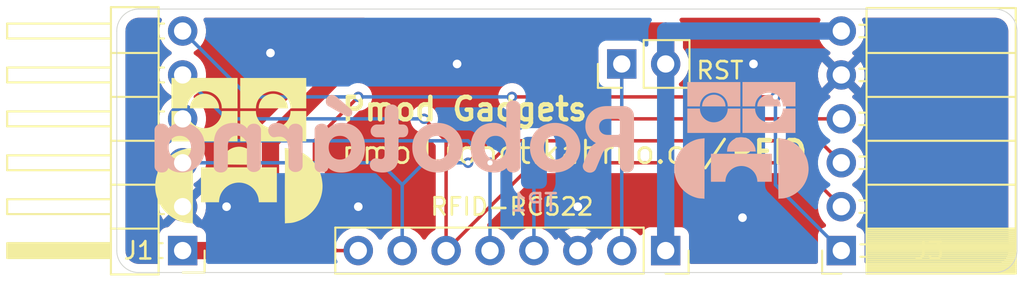
<source format=kicad_pcb>
(kicad_pcb (version 20241229) (generator "pcbnew") (generator_version "9.0")
  (layers (0 "F.Cu" signal) (2 "B.Cu" signal) (13 "F.Paste" user) (15 "B.Paste" user) (5 "F.SilkS" user "F.Silkscreen") (7 "B.SilkS" user "B.Silkscreen") (1 "F.Mask" user) (3 "B.Mask" user) (25 "Edge.Cuts" user))
  (net 0 "")
  (net 1 "GND")
  (net 2 "+3.3V")
  (net 3 "MISO")
  (net 4 "SCK")
  (net 5 "SS")
  (net 6 "Net-(J2-Pin_4)")
  (net 7 "RST")
  (net 8 "MOSI")
  (footprint "Connector_PinSocket_2.54mm:PinSocket_1x06_P2.54mm_Horizontal" (layer "F.Cu") (at 96.52 58.42 180)
    (property "Reference" "J3")
    (property "Value" "SPI OUT")
  )
  (footprint "Connector_PinSocket_2.54mm:PinSocket_1x08_P2.54mm_Vertical" (layer "F.Cu") (at 86.36 58.42 -90)
    (property "Reference" "RFID-RC522")
    (property "Value" "RFID-RC522")
  )
  (footprint "Connector_PinHeader_2.54mm:PinHeader_1x06_P2.54mm_Horizontal" (layer "F.Cu") (at 58.42 58.42 180)
    (property "Reference" "J1")
    (property "Value" "SPI IN")
  )
  (footprint "Connector_PinHeader_2.54mm:PinHeader_1x02_P2.54mm_Vertical" (layer "F.Cu") (at 83.82 47.625 90)
    (property "Reference" "RST")
    (property "Value" "RST")
  )
  (footprint "Connector_Wire:SolderWirePad_1x01_SMD_1.5x3mm" (layer "B.Cu") (at 78.74 53.34)
    (property "Reference" "TP1")
    (property "Value" "1KQ")
  )
  (gr_poly (pts (xy 61.728068 52.412752) (xy 61.765244 52.415055) (xy 61.802354 52.418766) (xy 61.839352 52.423873) (xy 61.876193 52.430364) (xy 61.912832 52.438225) (xy 61.949222 52.447446) (xy 61.985319 52.458013) (xy 62.021077 52.469915) (xy 62.05645 52.483139) (xy 62.091395 52.497672) (xy 62.125864 52.513504) (xy 62.159813 52.530621) (xy 62.193196 52.549012) (xy 62.225967 52.568663) (xy 62.258083 52.589563) (xy 62.289496 52.611699) (xy 62.320162 52.63506) (xy 62.350035 52.659633) (xy 62.37907 52.685405) (xy 62.407222 52.712365) (xy 62.434445 52.7405) (xy 62.460693 52.769798) (xy 62.485922 52.800247) (xy 62.510085 52.831835) (xy 62.533139 52.864548) (xy 62.555036 52.898376) (xy 62.575732 52.933305) (xy 62.595181 52.969324) (xy 62.613338 53.00642) (xy 62.630158 53.044581) (xy 62.645595 53.083794) (xy 62.658082 53.118887) (xy 62.668474 53.150966) (xy 62.676978 53.180331) (xy 62.683801 53.20728) (xy 62.689148 53.232112) (xy 62.693228 53.255125) (xy 62.696247 53.276619) (xy 62.698411 53.296891) (xy 62.699928 53.316241) (xy 62.701003 53.334967) (xy 62.702658 53.371741) (xy 62.70365 53.390387) (xy 62.705029 53.409604) (xy 62.707 53.42969) (xy 62.70977 53.450944) (xy 62.704321 53.453868) (xy 62.671994 53.452736) (xy 62.639812 53.45223) (xy 62.57553 53.452459) (xy 62.510775 53.453275) (xy 62.444845 53.453394) (xy 61.674596 53.448969) (xy 61.155686 53.442728) (xy 60.847309 53.441617) (xy 60.725894 53.44295) (xy 60.643471 53.446068) (xy 60.637595 53.439693) (xy 60.637595 53.439694) (xy 60.66232 53.258469) (xy 60.670439 53.219915) (xy 60.680114 53.181774) (xy 60.691307 53.144085) (xy 60.703981 53.106889) (xy 60.733623 53.034137) (xy 60.768742 52.963841) (xy 60.809039 52.896321) (xy 60.854217 52.831901) (xy 60.903977 52.770902) (xy 60.95802 52.713647) (xy 61.016049 52.660457) (xy 61.077765 52.611655) (xy 61.142871 52.567563) (xy 61.211067 52.528502) (xy 61.282056 52.494795) (xy 61.318504 52.48005) (xy 61.355539 52.466765) (xy 61.393123 52.454978) (xy 61.431218 52.444732) (xy 61.469788 52.436065) (xy 61.508795 52.429019) (xy 61.531478 52.42558) (xy 61.554945 52.422349) (xy 61.578817 52.419407) (xy 61.602711 52.416835) (xy 61.626245 52.414714) (xy 61.649037 52.413125) (xy 61.670706 52.41215) (xy 61.69087 52.411869)) (fill yes) (layer "F.SilkS"))
  (gr_poly (pts (xy 65.570295 50.192369) (xy 64.660745 50.192369) (xy 64.659443 50.141434) (xy 64.655579 50.091168) (xy 64.649216 50.041632) (xy 64.640417 49.99289) (xy 64.629244 49.945003) (xy 64.615761 49.898033) (xy 64.60003 49.852043) (xy 64.582114 49.807094) (xy 64.562076 49.76325) (xy 64.53998 49.720572) (xy 64.515887 49.679122) (xy 64.48986 49.638963) (xy 64.461964 49.600156) (xy 64.432259 49.562765) (xy 64.40081 49.52685) (xy 64.367679 49.492475) (xy 64.332929 49.459701) (xy 64.296623 49.428591) (xy 64.258824 49.399207) (xy 64.219594 49.371611) (xy 64.178996 49.345866) (xy 64.137094 49.322033) (xy 64.09395 49.300174) (xy 64.049627 49.280352) (xy 64.004188 49.26263) (xy 63.957696 49.247068) (xy 63.910213 49.23373) (xy 63.861803 49.222678) (xy 63.812529 49.213974) (xy 63.762452 49.207679) (xy 63.711637 49.203857) (xy 63.660145 49.202569) (xy 63.608649 49.203857) (xy 63.557829 49.207679) (xy 63.507749 49.213974) (xy 63.45847 49.222678) (xy 63.410057 49.23373) (xy 63.362571 49.247068) (xy 63.316075 49.26263) (xy 63.270634 49.280352) (xy 63.226308 49.300174) (xy 63.183162 49.322033) (xy 63.141258 49.345866) (xy 63.100658 49.371611) (xy 63.061427 49.399207) (xy 63.023626 49.428591) (xy 62.987318 49.459701) (xy 62.952567 49.492475) (xy 62.919435 49.52685) (xy 62.887985 49.562765) (xy 62.85828 49.600156) (xy 62.830382 49.638963) (xy 62.804356 49.679122) (xy 62.780262 49.720572) (xy 62.758165 49.76325) (xy 62.738127 49.807094) (xy 62.720211 49.852043) (xy 62.70448 49.898033) (xy 62.690997 49.945003) (xy 62.679824 49.99289) (xy 62.671025 50.041632) (xy 62.664661 50.091168) (xy 62.660798 50.141434) (xy 62.659496 50.192369) (xy 61.749971 50.192369) (xy 61.749971 48.434994) (xy 65.570295 48.434994)) (fill yes) (layer "F.SilkS"))
  (gr_poly (pts (xy 61.59487 50.189869) (xy 60.68532 50.189869) (xy 60.684018 50.138934) (xy 60.680154 50.088667) (xy 60.673791 50.039132) (xy 60.664992 49.99039) (xy 60.653819 49.942503) (xy 60.640336 49.895533) (xy 60.624605 49.849543) (xy 60.606689 49.804594) (xy 60.586652 49.76075) (xy 60.564555 49.718072) (xy 60.540462 49.676622) (xy 60.514436 49.636463) (xy 60.486539 49.597656) (xy 60.456835 49.560265) (xy 60.425386 49.52435) (xy 60.392255 49.489975) (xy 60.357505 49.457201) (xy 60.321199 49.426091) (xy 60.283399 49.396707) (xy 60.244169 49.369111) (xy 60.203572 49.343366) (xy 60.16167 49.319533) (xy 60.118526 49.297674) (xy 60.074203 49.277852) (xy 60.028764 49.26013) (xy 59.982271 49.244568) (xy 59.934789 49.23123) (xy 59.886379 49.220178) (xy 59.837104 49.211474) (xy 59.787027 49.205179) (xy 59.736212 49.201357) (xy 59.68472 49.200069) (xy 59.633224 49.201357) (xy 59.582405 49.205179) (xy 59.532324 49.211474) (xy 59.483046 49.220178) (xy 59.434632 49.23123) (xy 59.387146 49.244568) (xy 59.340651 49.26013) (xy 59.295209 49.277852) (xy 59.250884 49.297674) (xy 59.207737 49.319533) (xy 59.165833 49.343366) (xy 59.125234 49.369111) (xy 59.086002 49.396707) (xy 59.048201 49.426091) (xy 59.011894 49.457201) (xy 58.977142 49.489975) (xy 58.94401 49.52435) (xy 58.91256 49.560265) (xy 58.882855 49.597656) (xy 58.854958 49.636463) (xy 58.828931 49.676622) (xy 58.804837 49.718072) (xy 58.78274 49.76075) (xy 58.762702 49.804594) (xy 58.744786 49.849543) (xy 58.729055 49.895533) (xy 58.715572 49.942503) (xy 58.704399 49.99039) (xy 58.6956 50.039132) (xy 58.689236 50.088667) (xy 58.685373 50.138934) (xy 58.684071 50.189869) (xy 57.774546 50.189869) (xy 57.774546 48.432494) (xy 61.59487 48.432494)) (fill yes) (layer "F.SilkS"))
  (gr_poly (pts (xy 64.718344 52.535294) (xy 64.799611 52.55189) (xy 64.88003 52.571766) (xy 64.959516 52.594845) (xy 65.037982 52.621048) (xy 65.191518 52.682516) (xy 65.339955 52.755547) (xy 65.482612 52.839515) (xy 65.618808 52.933798) (xy 65.747859 53.037772) (xy 65.869085 53.150812) (xy 65.981803 53.272295) (xy 66.085332 53.401597) (xy 66.178989 53.538094) (xy 66.262094 53.681162) (xy 66.333963 53.830177) (xy 66.365472 53.90672) (xy 66.393916 53.984516) (xy 66.419211 54.063487) (xy 66.44127 54.143554) (xy 66.46001 54.224641) (xy 66.475344 54.306668) (xy 66.482876 54.354375) (xy 66.48998 54.403736) (xy 66.49648 54.453949) (xy 66.502203 54.504212) (xy 66.506973 54.553722) (xy 66.510616 54.601678) (xy 66.512956 54.647277) (xy 66.513819 54.689718) (xy 66.512433 54.768039) (xy 66.508057 54.846334) (xy 66.500716 54.924508) (xy 66.490436 55.002464) (xy 66.477242 55.080107) (xy 66.461158 55.157341) (xy 66.442211 55.23407) (xy 66.420425 55.310198) (xy 66.395825 55.385631) (xy 66.368437 55.460272) (xy 66.338287 55.534025) (xy 66.305398 55.606794) (xy 66.269797 55.678485) (xy 66.231508 55.749) (xy 66.190557 55.818245) (xy 66.146969 55.886124) (xy 66.10077 55.952541) (xy 66.051983 56.0174) (xy 66.000635 56.080605) (xy 65.946751 56.142061) (xy 65.890357 56.201672) (xy 65.831476 56.259343) (xy 65.770134 56.314977) (xy 65.706358 56.368478) (xy 65.640171 56.419752) (xy 65.571599 56.468702) (xy 65.500667 56.515232) (xy 65.427401 56.559248) (xy 65.351825 56.600652) (xy 65.273966 56.63935) (xy 65.193847 56.675246) (xy 65.111494 56.708243) (xy 65.037776 56.734986) (xy 64.970373 56.757278) (xy 64.908662 56.775561) (xy 64.852015 56.790271) (xy 64.799806 56.80185) (xy 64.75141 56.810735) (xy 64.706201 56.817366) (xy 64.663551 56.822183) (xy 64.622836 56.825625) (xy 64.583428 56.82813) (xy 64.506034 56.832088) (xy 64.466794 56.834419) (xy 64.426359 56.837571) (xy 64.384101 56.841982) (xy 64.339395 56.848093) (xy 64.33312 56.836618) (xy 64.335095 56.768563) (xy 64.335752 56.700813) (xy 64.334451 56.565487) (xy 64.331903 56.429157) (xy 64.330795 56.290343) (xy 64.330244 54.668793) (xy 64.336741 53.576278) (xy 64.335121 52.927065) (xy 64.330752 52.671475) (xy 64.323119 52.497994) (xy 64.336494 52.485544)) (fill yes) (layer "F.SilkS"))
  (gr_poly (pts (xy 62.660798 50.397879) (xy 62.664661 50.448145) (xy 62.671025 50.49768) (xy 62.679824 50.546423) (xy 62.690997 50.59431) (xy 62.70448 50.64128) (xy 62.720211 50.68727) (xy 62.738127 50.732218) (xy 62.758165 50.776063) (xy 62.780262 50.818741) (xy 62.804356 50.860191) (xy 62.830382 50.90035) (xy 62.85828 50.939156) (xy 62.887985 50.976548) (xy 62.919435 51.012463) (xy 62.952567 51.046838) (xy 62.987318 51.079611) (xy 63.023626 51.110721) (xy 63.061427 51.140105) (xy 63.100658 51.167701) (xy 63.141258 51.193447) (xy 63.183162 51.21728) (xy 63.226308 51.239139) (xy 63.270634 51.25896) (xy 63.316075 51.276683) (xy 63.362571 51.292244) (xy 63.410057 51.305582) (xy 63.45847 51.316635) (xy 63.507749 51.325339) (xy 63.557829 51.331634) (xy 63.608649 51.335456) (xy 63.660145 51.336744) (xy 63.711637 51.335456) (xy 63.762452 51.331634) (xy 63.812529 51.325339) (xy 63.861803 51.316635) (xy 63.910213 51.305582) (xy 63.957696 51.292244) (xy 64.004188 51.276683) (xy 64.049627 51.25896) (xy 64.09395 51.239139) (xy 64.137094 51.21728) (xy 64.178996 51.193447) (xy 64.219594 51.167701) (xy 64.258824 51.140105) (xy 64.296623 51.110721) (xy 64.332929 51.079611) (xy 64.367679 51.046838) (xy 64.40081 51.012463) (xy 64.432259 50.976548) (xy 64.461964 50.939156) (xy 64.48986 50.90035) (xy 64.515887 50.860191) (xy 64.53998 50.818741) (xy 64.562076 50.776063) (xy 64.582114 50.732218) (xy 64.60003 50.68727) (xy 64.615761 50.64128) (xy 64.629244 50.59431) (xy 64.640417 50.546423) (xy 64.649216 50.49768) (xy 64.655579 50.448145) (xy 64.659443 50.397879) (xy 64.660745 50.346944) (xy 65.570295 50.346944) (xy 65.570295 52.104319) (xy 61.749971 52.104319) (xy 61.749971 50.346944) (xy 62.659496 50.346944)) (fill yes) (layer "F.SilkS"))
  (gr_poly (pts (xy 59.722206 49.349184) (xy 59.765071 49.352459) (xy 59.807334 49.357839) (xy 59.848945 49.365273) (xy 59.889847 49.374706) (xy 59.929989 49.386085) (xy 59.969317 49.399359) (xy 60.007777 49.414474) (xy 60.045315 49.431376) (xy 60.081879 49.450013) (xy 60.117414 49.470333) (xy 60.151867 49.492281) (xy 60.185184 49.515805) (xy 60.217313 49.540852) (xy 60.248199 49.567369) (xy 60.277789 49.595303) (xy 60.30603 49.624601) (xy 60.332867 49.65521) (xy 60.358248 49.687077) (xy 60.382119 49.720149) (xy 60.404426 49.754373) (xy 60.425116 49.789696) (xy 60.444135 49.826065) (xy 60.46143 49.863427) (xy 60.476947 49.90173) (xy 60.490633 49.940919) (xy 60.502434 49.980943) (xy 60.512297 50.021747) (xy 60.520168 50.06328) (xy 60.525994 50.105488) (xy 60.529721 50.148319) (xy 60.531296 50.191718) (xy 58.844371 50.191218) (xy 58.845009 50.147817) (xy 58.847813 50.104987) (xy 58.852729 50.062781) (xy 58.859706 50.021251) (xy 58.868691 49.980451) (xy 58.879631 49.940433) (xy 58.892474 49.90125) (xy 58.907169 49.862956) (xy 58.923661 49.825604) (xy 58.9419 49.789246) (xy 58.961832 49.753935) (xy 58.983405 49.719724) (xy 59.006567 49.686666) (xy 59.031266 49.654814) (xy 59.057448 49.624221) (xy 59.085061 49.594941) (xy 59.114054 49.567025) (xy 59.144373 49.540526) (xy 59.175967 49.515499) (xy 59.208783 49.491995) (xy 59.242768 49.470068) (xy 59.277869 49.449771) (xy 59.314036 49.431156) (xy 59.351215 49.414276) (xy 59.389353 49.399185) (xy 59.428399 49.385935) (xy 59.4683 49.374579) (xy 59.509004 49.365171) (xy 59.550458 49.357763) (xy 59.592609 49.352408) (xy 59.635406 49.349159) (xy 59.678796 49.348069)) (fill yes) (layer "F.SilkS"))
  (gr_poly (pts (xy 59.020096 52.497994) (xy 59.012463 52.671475) (xy 59.008094 52.927065) (xy 59.006474 53.576278) (xy 59.012971 54.668793) (xy 59.012421 56.290343) (xy 59.011312 56.429157) (xy 59.008765 56.565487) (xy 59.007464 56.700813) (xy 59.00812 56.768563) (xy 59.010096 56.836618) (xy 59.003821 56.848093) (xy 58.959115 56.841982) (xy 58.916857 56.837571) (xy 58.876421 56.834419) (xy 58.837182 56.832088) (xy 58.759787 56.82813) (xy 58.72038 56.825625) (xy 58.679665 56.822183) (xy 58.637015 56.817366) (xy 58.591805 56.810735) (xy 58.543409 56.80185) (xy 58.491201 56.790271) (xy 58.434554 56.775561) (xy 58.372842 56.757278) (xy 58.30544 56.734986) (xy 58.231721 56.708243) (xy 58.149368 56.675246) (xy 58.06925 56.63935) (xy 57.99139 56.600652) (xy 57.915814 56.559248) (xy 57.842548 56.515232) (xy 57.771616 56.468702) (xy 57.703045 56.419752) (xy 57.636858 56.368478) (xy 57.573081 56.314977) (xy 57.51174 56.259343) (xy 57.452859 56.201672) (xy 57.396464 56.142061) (xy 57.34258 56.080605) (xy 57.291232 56.0174) (xy 57.242446 55.952541) (xy 57.196246 55.886124) (xy 57.152658 55.818245) (xy 57.111707 55.749) (xy 57.073418 55.678485) (xy 57.037817 55.606794) (xy 57.004928 55.534025) (xy 56.974778 55.460272) (xy 56.94739 55.385631) (xy 56.92279 55.310198) (xy 56.901004 55.23407) (xy 56.882057 55.157341) (xy 56.865973 55.080107) (xy 56.852779 55.002464) (xy 56.842499 54.924508) (xy 56.835158 54.846334) (xy 56.830782 54.768039) (xy 56.829396 54.689718) (xy 56.830258 54.647277) (xy 56.832599 54.601678) (xy 56.836241 54.553722) (xy 56.841011 54.504212) (xy 56.846734 54.453949) (xy 56.853235 54.403736) (xy 56.860339 54.354375) (xy 56.867871 54.306668) (xy 56.883205 54.224641) (xy 56.901945 54.143554) (xy 56.924005 54.063487) (xy 56.9493 53.984516) (xy 56.977745 53.90672) (xy 57.009254 53.830177) (xy 57.081125 53.681162) (xy 57.164232 53.538094) (xy 57.257891 53.401597) (xy 57.361422 53.272295) (xy 57.474143 53.150812) (xy 57.595371 53.037772) (xy 57.724424 52.933798) (xy 57.860622 52.839515) (xy 58.003281 52.755547) (xy 58.151719 52.682516) (xy 58.305256 52.621048) (xy 58.383723 52.594845) (xy 58.463209 52.571766) (xy 58.543628 52.55189) (xy 58.624896 52.535294) (xy 59.006746 52.485544) (xy 59.006746 52.485543)) (fill yes) (layer "F.SilkS"))
  (gr_poly (pts (xy 63.870395 55.624444) (xy 62.82507 55.624444) (xy 62.823573 55.565906) (xy 62.819133 55.508136) (xy 62.81182 55.451206) (xy 62.801708 55.395188) (xy 62.788868 55.340153) (xy 62.773373 55.286172) (xy 62.755294 55.233316) (xy 62.734705 55.181658) (xy 62.711677 55.131269) (xy 62.686283 55.08222) (xy 62.658595 55.034583) (xy 62.628684 54.988429) (xy 62.596625 54.94383) (xy 62.562487 54.900857) (xy 62.526345 54.859581) (xy 62.48827 54.820075) (xy 62.448334 54.782409) (xy 62.40661 54.746655) (xy 62.36317 54.712885) (xy 62.318085 54.681169) (xy 62.271429 54.651581) (xy 62.223274 54.62419) (xy 62.173691 54.599068) (xy 62.122754 54.576288) (xy 62.070534 54.55592) (xy 62.017103 54.538035) (xy 61.962534 54.522706) (xy 61.906899 54.510004) (xy 61.850271 54.5) (xy 61.792721 54.492766) (xy 61.734322 54.488373) (xy 61.675145 54.486893) (xy 61.615962 54.488373) (xy 61.557557 54.492766) (xy 61.5 54.5) (xy 61.443366 54.510004) (xy 61.387725 54.522706) (xy 61.333151 54.538035) (xy 61.279715 54.55592) (xy 61.22749 54.576288) (xy 61.176547 54.599068) (xy 61.12696 54.62419) (xy 61.078801 54.651581) (xy 61.032141 54.681169) (xy 60.987053 54.712885) (xy 60.943609 54.746655) (xy 60.901881 54.782409) (xy 60.861942 54.820075) (xy 60.823864 54.859581) (xy 60.787719 54.900857) (xy 60.75358 54.94383) (xy 60.721518 54.988429) (xy 60.691606 55.034583) (xy 60.663916 55.08222) (xy 60.63852 55.131269) (xy 60.61549 55.181658) (xy 60.5949 55.233316) (xy 60.57682 55.286172) (xy 60.561324 55.340153) (xy 60.548484 55.395188) (xy 60.538371 55.451206) (xy 60.531058 55.508136) (xy 60.526617 55.565906) (xy 60.525121 55.624444) (xy 59.479845 55.624444) (xy 59.479845 53.604768) (xy 63.870395 53.604768)) (fill yes) (layer "F.SilkS"))
  (gr_poly (pts (xy 58.685373 50.397879) (xy 58.689236 50.448145) (xy 58.6956 50.49768) (xy 58.704399 50.546423) (xy 58.715572 50.59431) (xy 58.729055 50.64128) (xy 58.744786 50.68727) (xy 58.762702 50.732218) (xy 58.78274 50.776063) (xy 58.804837 50.818741) (xy 58.828931 50.860191) (xy 58.854958 50.90035) (xy 58.882855 50.939156) (xy 58.91256 50.976548) (xy 58.94401 51.012463) (xy 58.977142 51.046838) (xy 59.011894 51.079611) (xy 59.048201 51.110721) (xy 59.086002 51.140105) (xy 59.125234 51.167701) (xy 59.165833 51.193447) (xy 59.207737 51.21728) (xy 59.250884 51.239139) (xy 59.295209 51.25896) (xy 59.340651 51.276683) (xy 59.387146 51.292244) (xy 59.434632 51.305582) (xy 59.483046 51.316635) (xy 59.532324 51.325339) (xy 59.582405 51.331634) (xy 59.633224 51.335456) (xy 59.68472 51.336744) (xy 59.736212 51.335456) (xy 59.787027 51.331634) (xy 59.837104 51.325339) (xy 59.886379 51.316635) (xy 59.934789 51.305582) (xy 59.982271 51.292244) (xy 60.028764 51.276683) (xy 60.074203 51.25896) (xy 60.118526 51.239139) (xy 60.16167 51.21728) (xy 60.203572 51.193447) (xy 60.244169 51.167701) (xy 60.283399 51.140105) (xy 60.321199 51.110721) (xy 60.357505 51.079611) (xy 60.392255 51.046838) (xy 60.425386 51.012463) (xy 60.456835 50.976548) (xy 60.486539 50.939156) (xy 60.514436 50.90035) (xy 60.540462 50.860191) (xy 60.564555 50.818741) (xy 60.586652 50.776063) (xy 60.606689 50.732218) (xy 60.624605 50.68727) (xy 60.640336 50.64128) (xy 60.653819 50.59431) (xy 60.664992 50.546423) (xy 60.673791 50.49768) (xy 60.680154 50.448145) (xy 60.684018 50.397879) (xy 60.68532 50.346944) (xy 61.59487 50.346944) (xy 61.59487 52.104319) (xy 57.774546 52.104319) (xy 57.774546 50.346944) (xy 58.684071 50.346944)) (fill yes) (layer "F.SilkS"))
  (gr_poly (pts (xy 63.697631 49.349184) (xy 63.740495 49.352459) (xy 63.782759 49.357839) (xy 63.824369 49.365273) (xy 63.865272 49.374706) (xy 63.905414 49.386085) (xy 63.944742 49.399359) (xy 63.983201 49.414474) (xy 64.02074 49.431376) (xy 64.057303 49.450013) (xy 64.092838 49.470333) (xy 64.127291 49.492281) (xy 64.160609 49.515805) (xy 64.192738 49.540852) (xy 64.223624 49.567369) (xy 64.253214 49.595303) (xy 64.281454 49.624601) (xy 64.308292 49.65521) (xy 64.333673 49.687077) (xy 64.357543 49.720149) (xy 64.37985 49.754373) (xy 64.40054 49.789696) (xy 64.419559 49.826065) (xy 64.436854 49.863427) (xy 64.452372 49.90173) (xy 64.466057 49.940919) (xy 64.477859 49.980943) (xy 64.487722 50.021747) (xy 64.495593 50.06328) (xy 64.501418 50.105488) (xy 64.505145 50.148319) (xy 64.50672 50.191718) (xy 62.819795 50.191218) (xy 62.820433 50.147817) (xy 62.823237 50.104987) (xy 62.828153 50.062781) (xy 62.83513 50.021251) (xy 62.844115 49.980451) (xy 62.855055 49.940433) (xy 62.867899 49.90125) (xy 62.882593 49.862956) (xy 62.899086 49.825604) (xy 62.917324 49.789246) (xy 62.937256 49.753935) (xy 62.95883 49.719724) (xy 62.981991 49.686666) (xy 63.00669 49.654814) (xy 63.032872 49.624221) (xy 63.060485 49.594941) (xy 63.089478 49.567025) (xy 63.119798 49.540526) (xy 63.151391 49.515499) (xy 63.184207 49.491995) (xy 63.218192 49.470068) (xy 63.253294 49.449771) (xy 63.28946 49.431156) (xy 63.326639 49.414276) (xy 63.364778 49.399185) (xy 63.403824 49.385935) (xy 63.443724 49.374579) (xy 63.484428 49.365171) (xy 63.525882 49.357763) (xy 63.568033 49.352408) (xy 63.61083 49.349159) (xy 63.65422 49.348069)) (fill yes) (layer "F.SilkS"))
  (gr_poly (pts (xy 92.306911 49.403357) (xy 92.272504 49.405983) (xy 92.23858 49.410299) (xy 92.20518 49.416263) (xy 92.172347 49.423832) (xy 92.140126 49.432964) (xy 92.108558 49.443616) (xy 92.077687 49.455745) (xy 92.047555 49.469309) (xy 92.018206 49.484266) (xy 91.989682 49.500573) (xy 91.962027 49.518187) (xy 91.935284 49.537067) (xy 91.909495 49.557168) (xy 91.884703 49.57845) (xy 91.860952 49.600869) (xy 91.838285 49.624383) (xy 91.816744 49.64895) (xy 91.796372 49.674526) (xy 91.777212 49.70107) (xy 91.759308 49.728538) (xy 91.742702 49.756889) (xy 91.727438 49.78608) (xy 91.713558 49.816068) (xy 91.701105 49.846811) (xy 91.690122 49.878266) (xy 91.680652 49.91039) (xy 91.672739 49.943143) (xy 91.666424 49.976479) (xy 91.661752 50.010358) (xy 91.658765 50.044737) (xy 91.657506 50.079573) (xy 93.011516 50.079223) (xy 93.011001 50.044387) (xy 93.008748 50.01001) (xy 93.004799 49.976133) (xy 92.999197 49.942799) (xy 92.991984 49.91005) (xy 92.983201 49.87793) (xy 92.972891 49.84648) (xy 92.961095 49.815743) (xy 92.947856 49.785761) (xy 92.933217 49.756578) (xy 92.917218 49.728235) (xy 92.899901 49.700775) (xy 92.88131 49.674241) (xy 92.861486 49.648674) (xy 92.840471 49.624118) (xy 92.818307 49.600615) (xy 92.795037 49.578208) (xy 92.770701 49.556939) (xy 92.745343 49.53685) (xy 92.719004 49.517984) (xy 92.691727 49.500384) (xy 92.663553 49.484092) (xy 92.634525 49.46915) (xy 92.604684 49.455602) (xy 92.574073 49.443489) (xy 92.542733 49.432854) (xy 92.510707 49.423739) (xy 92.478037 49.416188) (xy 92.444765 49.410242) (xy 92.410933 49.405944) (xy 92.376582 49.403337) (xy 92.341756 49.402463)) (fill yes) (layer "B.SilkS"))
  (gr_poly (pts (xy 89.948251 50.245055) (xy 89.94515 50.285401) (xy 89.940042 50.32516) (xy 89.932979 50.364284) (xy 89.92401 50.402721) (xy 89.913187 50.440422) (xy 89.90056 50.477337) (xy 89.886179 50.513415) (xy 89.870095 50.548608) (xy 89.852358 50.582865) (xy 89.833019 50.616137) (xy 89.812127 50.648372) (xy 89.789735 50.679522) (xy 89.765891 50.709536) (xy 89.740647 50.738365) (xy 89.714052 50.765958) (xy 89.686159 50.792266) (xy 89.657016 50.817238) (xy 89.626674 50.840825) (xy 89.595184 50.862977) (xy 89.562597 50.883644) (xy 89.528962 50.902775) (xy 89.494331 50.920322) (xy 89.458753 50.936233) (xy 89.422279 50.95046) (xy 89.38496 50.962951) (xy 89.346845 50.973658) (xy 89.307987 50.98253) (xy 89.268434 50.989518) (xy 89.228238 50.994571) (xy 89.187448 50.997639) (xy 89.146116 50.998673) (xy 89.104791 50.997639) (xy 89.064007 50.994571) (xy 89.023816 50.989518) (xy 88.984269 50.98253) (xy 88.945415 50.973658) (xy 88.907305 50.962951) (xy 88.86999 50.95046) (xy 88.83352 50.936233) (xy 88.797946 50.920322) (xy 88.763318 50.902775) (xy 88.729686 50.883644) (xy 88.697101 50.862977) (xy 88.665614 50.840825) (xy 88.635274 50.817238) (xy 88.606133 50.792266) (xy 88.578241 50.765958) (xy 88.551649 50.738365) (xy 88.526406 50.709536) (xy 88.502563 50.679522) (xy 88.480171 50.648372) (xy 88.459281 50.616137) (xy 88.439942 50.582866) (xy 88.422206 50.548608) (xy 88.406122 50.513416) (xy 88.391742 50.477337) (xy 88.379115 50.440422) (xy 88.368292 50.402721) (xy 88.359324 50.364284) (xy 88.35226 50.325161) (xy 88.347153 50.285401) (xy 88.344051 50.245055) (xy 88.343006 50.204173) (xy 87.612977 50.204173) (xy 87.612977 51.614743) (xy 90.679326 51.614743) (xy 90.679326 50.204173) (xy 89.949296 50.204173)) (fill yes) (layer "B.SilkS"))
  (gr_poly (pts (xy 73.105888 51.033889) (xy 73.055884 51.036005) (xy 73.006493 51.039532) (xy 72.957716 51.04447) (xy 72.909553 51.050818) (xy 72.862005 51.058576) (xy 72.81507 51.067745) (xy 72.76875 51.078324) (xy 72.723044 51.090314) (xy 72.677953 51.103713) (xy 72.633477 51.118522) (xy 72.589615 51.134741) (xy 72.546368 51.15237) (xy 72.503736 51.171408) (xy 72.461719 51.191856) (xy 72.420317 51.213713) (xy 72.379748 51.23683) (xy 72.340228 51.261032) (xy 72.301759 51.286319) (xy 72.264339 51.31269) (xy 72.227968 51.340146) (xy 72.192647 51.368687) (xy 72.158376 51.398313) (xy 72.125154 51.429025) (xy 72.092981 51.460821) (xy 72.061857 51.493703) (xy 72.031782 51.52767) (xy 72.002756 51.562723) (xy 71.974779 51.598862) (xy 71.94785 51.636086) (xy 71.92197 51.674397) (xy 71.897138 51.713793) (xy 71.873591 51.754148) (xy 71.851562 51.795336) (xy 71.831052 51.837354) (xy 71.812062 51.880205) (xy 71.794591 51.923888) (xy 71.778639 51.968402) (xy 71.764206 52.013748) (xy 71.751293 52.059926) (xy 71.739899 52.106935) (xy 71.730024 52.154777) (xy 71.721668 52.20345) (xy 71.714831 52.252955) (xy 71.709514 52.303292) (xy 71.705716 52.354461) (xy 71.703437 52.406461) (xy 71.702677 52.459293) (xy 71.703437 52.51103) (xy 71.705716 52.562081) (xy 71.709514 52.612447) (xy 71.714831 52.662126) (xy 71.721668 52.711119) (xy 71.730024 52.759425) (xy 71.739899 52.807046) (xy 71.751293 52.853979) (xy 71.764206 52.900227) (xy 71.778639 52.945787) (xy 71.794591 52.990661) (xy 71.812062 53.034847) (xy 71.831052 53.078347) (xy 71.851562 53.12116) (xy 71.873591 53.163285) (xy 71.897138 53.204723) (xy 71.92197 53.245256) (xy 71.94785 53.284668) (xy 71.974779 53.322957) (xy 72.002756 53.360124) (xy 72.031782 53.39617) (xy 72.061857 53.431094) (xy 72.092981 53.464896) (xy 72.125154 53.497577) (xy 72.158376 53.529136) (xy 72.192647 53.559575) (xy 72.227968 53.588892) (xy 72.264339 53.617088) (xy 72.301759 53.644163) (xy 72.340228 53.670117) (xy 72.379748 53.69495) (xy 72.420317 53.718663) (xy 72.461719 53.741092) (xy 72.503737 53.762074) (xy 72.546369 53.781609) (xy 72.589616 53.799697) (xy 72.633478 53.816338) (xy 72.677955 53.831532) (xy 72.723046 53.845278) (xy 72.768752 53.857578) (xy 72.815072 53.868431) (xy 72.862006 53.877837) (xy 72.909555 53.885795) (xy 72.957717 53.892307) (xy 73.006494 53.897372) (xy 73.055884 53.900989) (xy 73.105889 53.90316) (xy 73.156506 53.903883) (xy 73.206035 53.90316) (xy 73.255056 53.900989) (xy 73.303568 53.897372) (xy 73.351572 53.892307) (xy 73.399069 53.885795) (xy 73.446058 53.877837) (xy 73.492539 53.868431) (xy 73.538514 53.857578) (xy 73.583981 53.845278) (xy 73.628942 53.831532) (xy 73.673396 53.816338) (xy 73.717344 53.799697) (xy 73.760786 53.781609) (xy 73.803722 53.762074) (xy 73.846152 53.741092) (xy 73.888077 53.718663) (xy 73.929225 53.69495) (xy 73.969324 53.670117) (xy 74.008374 53.644163) (xy 74.046376 53.617088) (xy 74.08333 53.588892) (xy 74.119234 53.559574) (xy 74.154089 53.529136) (xy 74.187896 53.497577) (xy 74.220653 53.464896) (xy 74.252361 53.431094) (xy 74.283019 53.39617) (xy 74.312628 53.360124) (xy 74.341188 53.322957) (xy 74.368697 53.284668) (xy 74.395157 53.245256) (xy 74.420567 53.204723) (xy 74.444675 53.163285) (xy 74.467227 53.12116) (xy 74.488223 53.078347) (xy 74.507665 53.034847) (xy 74.525551 52.990661) (xy 74.541881 52.945787) (xy 74.556657 52.900227) (xy 74.569877 52.853979) (xy 74.581542 52.807046) (xy 74.591651 52.759425) (xy 74.600205 52.711119) (xy 74.607204 52.662126) (xy 74.612648 52.612447) (xy 74.616536 52.562081) (xy 74.618869 52.51103) (xy 74.619647 52.459293) (xy 73.814018 52.459293) (xy 73.813276 52.495952) (xy 73.811052 52.531851) (xy 73.807344 52.566991) (xy 73.802153 52.601371) (xy 73.795479 52.634991) (xy 73.787322 52.667852) (xy 73.777681 52.699954) (xy 73.766558 52.731295) (xy 73.753951 52.761877) (xy 73.739861 52.7917) (xy 73.724288 52.820763) (xy 73.707232 52.849066) (xy 73.688693 52.87661) (xy 73.668671 52.903394) (xy 73.647165 52.929418) (xy 73.624177 52.954683) (xy 73.600103 52.97879) (xy 73.575342 53.001342) (xy 73.549893 53.022339) (xy 73.523757 53.041781) (xy 73.496934 53.059667) (xy 73.469423 53.075997) (xy 73.441225 53.090773) (xy 73.412339 53.103993) (xy 73.382766 53.115658) (xy 73.352506 53.125767) (xy 73.321558 53.134322) (xy 73.289922 53.14132) (xy 73.257599 53.146764) (xy 73.224589 53.150652) (xy 73.190891 53.152985) (xy 73.156506 53.153763) (xy 73.121039 53.152985) (xy 73.086403 53.150652) (xy 73.052599 53.146764) (xy 73.019627 53.14132) (xy 72.987487 53.134322) (xy 72.95618 53.125767) (xy 72.925705 53.115658) (xy 72.896062 53.103993) (xy 72.867253 53.090773) (xy 72.839276 53.075997) (xy 72.812131 53.059667) (xy 72.78582 53.041781) (xy 72.760342 53.022339) (xy 72.735697 53.001342) (xy 72.711885 52.97879) (xy 72.688907 52.954683) (xy 72.667037 52.929418) (xy 72.646578 52.903394) (xy 72.627531 52.87661) (xy 72.609894 52.849066) (xy 72.593668 52.820763) (xy 72.578853 52.7917) (xy 72.565449 52.761877) (xy 72.553456 52.731295) (xy 72.542874 52.699954) (xy 72.533703 52.667852) (xy 72.525943 52.634992) (xy 72.519593 52.601371) (xy 72.514655 52.566991) (xy 72.511128 52.531851) (xy 72.509011 52.495952) (xy 72.508306 52.459293) (xy 72.509011 52.421557) (xy 72.511128 52.384762) (xy 72.514655 52.348909) (xy 72.519593 52.313998) (xy 72.525943 52.280028) (xy 72.533703 52.246999) (xy 72.542874 52.214911) (xy 72.553456 52.183764) (xy 72.565449 52.153558) (xy 72.578853 52.124293) (xy 72.593668 52.095968) (xy 72.609894 52.068584) (xy 72.627531 52.042141) (xy 72.646578 52.016638) (xy 72.667037 51.992075) (xy 72.688907 51.968453) (xy 72.711885 51.946024) (xy 72.735697 51.925042) (xy 72.760342 51.905507) (xy 72.78582 51.887419) (xy 72.812131 51.870778) (xy 72.839276 51.855584) (xy 72.867253 51.841838) (xy 72.896062 51.829538) (xy 72.925705 51.818685) (xy 72.95618 51.809279) (xy 72.987487 51.801321) (xy 73.019627 51.794809) (xy 73.052599 51.789745) (xy 73.086403 51.786127) (xy 73.121039 51.783956) (xy 73.156506 51.783233) (xy 73.190891 51.783956) (xy 73.224589 51.786127) (xy 73.257599 51.789745) (xy 73.289922 51.794809) (xy 73.321558 51.801321) (xy 73.352506 51.80928) (xy 73.382766 51.818685) (xy 73.412339 51.829538) (xy 73.441225 51.841838) (xy 73.469423 51.855585) (xy 73.496934 51.870778) (xy 73.523757 51.887419) (xy 73.549893 51.905507) (xy 73.575342 51.925042) (xy 73.600103 51.946024) (xy 73.624177 51.968453) (xy 73.647165 51.992075) (xy 73.668671 52.016638) (xy 73.688693 52.042141) (xy 73.707232 52.068585) (xy 73.724288 52.095968) (xy 73.739861 52.124293) (xy 73.753951 52.153558) (xy 73.766558 52.183764) (xy 73.777681 52.214911) (xy 73.787322 52.246999) (xy 73.795479 52.280028) (xy 73.802153 52.313998) (xy 73.807344 52.348909) (xy 73.811052 52.384762) (xy 73.813276 52.421557) (xy 73.814018 52.459293) (xy 74.619647 52.459293) (xy 74.618869 52.406461) (xy 74.616536 52.354461) (xy 74.612648 52.303292) (xy 74.607204 52.252955) (xy 74.600205 52.20345) (xy 74.591651 52.154777) (xy 74.581542 52.106935) (xy 74.569877 52.059926) (xy 74.556657 52.013748) (xy 74.541881 51.968402) (xy 74.525551 51.923888) (xy 74.507665 51.880205) (xy 74.488223 51.837354) (xy 74.467227 51.795336) (xy 74.444675 51.754148) (xy 74.420567 51.713793) (xy 74.395157 51.674397) (xy 74.368697 51.636086) (xy 74.341188 51.598862) (xy 74.312628 51.562723) (xy 74.283019 51.52767) (xy 74.252361 51.493703) (xy 74.220653 51.460821) (xy 74.187896 51.429025) (xy 74.154089 51.398313) (xy 74.119234 51.368687) (xy 74.08333 51.340146) (xy 74.046376 51.31269) (xy 74.008374 51.286319) (xy 73.969324 51.261032) (xy 73.929225 51.23683) (xy 73.888077 51.213713) (xy 73.846152 51.191856) (xy 73.803722 51.171408) (xy 73.760786 51.15237) (xy 73.717344 51.134741) (xy 73.673396 51.118522) (xy 73.628942 51.103713) (xy 73.583981 51.090314) (xy 73.538514 51.078324) (xy 73.492539 51.067745) (xy 73.446058 51.058576) (xy 73.399069 51.050818) (xy 73.351572 51.04447) (xy 73.303568 51.039532) (xy 73.255056 51.036005) (xy 73.206035 51.033889) (xy 73.156506 51.033183)) (fill yes) (layer "B.SilkS"))
  (gr_poly (pts (xy 88.603266 51.920713) (xy 88.603267 51.920713) (xy 88.603266 51.920713)) (fill yes) (layer "B.SilkS"))
  (gr_poly (pts (xy 90.803786 50.078103) (xy 91.533886 50.078103) (xy 91.534931 50.037221) (xy 91.538032 49.996876) (xy 91.543139 49.957117) (xy 91.550201 49.917995) (xy 91.559167 49.87956) (xy 91.569989 49.841861) (xy 91.582614 49.804948) (xy 91.596992 49.768871) (xy 91.613074 49.733681) (xy 91.630808 49.699427) (xy 91.650145 49.666158) (xy 91.671033 49.633926) (xy 91.693423 49.602779) (xy 91.717263 49.572768) (xy 91.742504 49.543943) (xy 91.769095 49.516353) (xy 91.796985 49.490048) (xy 91.826125 49.465079) (xy 91.856464 49.441496) (xy 91.88795 49.419347) (xy 91.920535 49.398683) (xy 91.954167 49.379555) (xy 91.988795 49.362011) (xy 92.024371 49.346102) (xy 92.060842 49.331878) (xy 92.098159 49.319388) (xy 92.136272 49.308683) (xy 92.175129 49.299813) (xy 92.21468 49.292826) (xy 92.254876 49.287774) (xy 92.295664 49.284707) (xy 92.336996 49.283673) (xy 92.378328 49.284707) (xy 92.419118 49.287774) (xy 92.459314 49.292826) (xy 92.498867 49.299813) (xy 92.537725 49.308683) (xy 92.57584 49.319388) (xy 92.613159 49.331878) (xy 92.649633 49.346102) (xy 92.685211 49.362011) (xy 92.719842 49.379555) (xy 92.753477 49.398683) (xy 92.786064 49.419347) (xy 92.817554 49.441496) (xy 92.847896 49.465079) (xy 92.877039 49.490048) (xy 92.904932 49.516353) (xy 92.931527 49.543943) (xy 92.956771 49.572768) (xy 92.980614 49.602779) (xy 93.003007 49.633926) (xy 93.023898 49.666158) (xy 93.043238 49.699427) (xy 93.060975 49.733681) (xy 93.077059 49.768871) (xy 93.09144 49.804948) (xy 93.104067 49.841861) (xy 93.11489 49.87956) (xy 93.123859 49.917995) (xy 93.130922 49.957117) (xy 93.136029 49.996876) (xy 93.139131 50.037221) (xy 93.140176 50.078103) (xy 93.870206 50.078103) (xy 93.870206 48.667533) (xy 90.803786 48.667533)) (fill yes) (layer "B.SilkS"))
  (gr_poly (pts (xy 89.116031 49.403357) (xy 89.081625 49.405983) (xy 89.047701 49.410299) (xy 89.014303 49.416263) (xy 88.981472 49.423832) (xy 88.949252 49.432964) (xy 88.917686 49.443616) (xy 88.886817 49.455745) (xy 88.856687 49.469309) (xy 88.82734 49.484266) (xy 88.798819 49.500573) (xy 88.771166 49.518187) (xy 88.744425 49.537067) (xy 88.718638 49.557168) (xy 88.693848 49.57845) (xy 88.670099 49.600869) (xy 88.647433 49.624383) (xy 88.625893 49.64895) (xy 88.605522 49.674526) (xy 88.586364 49.70107) (xy 88.56846 49.728538) (xy 88.551854 49.756889) (xy 88.536589 49.78608) (xy 88.522708 49.816068) (xy 88.510253 49.846811) (xy 88.499268 49.878266) (xy 88.489796 49.91039) (xy 88.481879 49.943143) (xy 88.475561 49.976479) (xy 88.470884 50.010358) (xy 88.467892 50.044737) (xy 88.466626 50.079573) (xy 89.820636 50.079223) (xy 89.820121 50.044387) (xy 89.817868 50.01001) (xy 89.813919 49.976133) (xy 89.808317 49.942799) (xy 89.801104 49.91005) (xy 89.792321 49.87793) (xy 89.782011 49.84648) (xy 89.770215 49.815743) (xy 89.756977 49.785761) (xy 89.742337 49.756578) (xy 89.726338 49.728235) (xy 89.709021 49.700775) (xy 89.69043 49.674241) (xy 89.670606 49.648674) (xy 89.649591 49.624118) (xy 89.627427 49.600615) (xy 89.604157 49.578208) (xy 89.579821 49.556939) (xy 89.554463 49.53685) (xy 89.528124 49.517984) (xy 89.500847 49.500384) (xy 89.472673 49.484092) (xy 89.443645 49.46915) (xy 89.413804 49.455602) (xy 89.383193 49.443489) (xy 89.351853 49.432854) (xy 89.319827 49.423739) (xy 89.287157 49.416188) (xy 89.253885 49.410242) (xy 89.220053 49.405944) (xy 89.185702 49.403337) (xy 89.150876 49.402463)) (fill yes) (layer "B.SilkS"))
  (gr_poly (pts (xy 61.32243 51.034377) (xy 61.259884 51.037958) (xy 61.198858 51.043925) (xy 61.139352 51.05228) (xy 61.081365 51.063022) (xy 61.024898 51.076151) (xy 60.969951 51.091668) (xy 60.916524 51.109571) (xy 60.864617 51.129861) (xy 60.81423 51.152539) (xy 60.765363 51.177603) (xy 60.718017 51.205055) (xy 60.672191 51.234894) (xy 60.627886 51.26712) (xy 60.585101 51.301733) (xy 60.543837 51.338733) (xy 60.504587 51.37835) (xy 60.467869 51.420788) (xy 60.433685 51.466046) (xy 60.402034 51.514124) (xy 60.372915 51.565023) (xy 60.346329 51.618743) (xy 60.322275 51.675283) (xy 60.300754 51.734645) (xy 60.281765 51.796827) (xy 60.265309 51.861831) (xy 60.251384 51.929656) (xy 60.239992 52.000302) (xy 60.231131 52.07377) (xy 60.224802 52.15006) (xy 60.221005 52.229171) (xy 60.219739 52.311104) (xy 60.219739 53.561234) (xy 60.220191 53.579554) (xy 60.221547 53.597478) (xy 60.223807 53.615005) (xy 60.22697 53.632134) (xy 60.231038 53.648865) (xy 60.23601 53.6652) (xy 60.241885 53.681136) (xy 60.248665 53.696675) (xy 60.256348 53.711816) (xy 60.264936 53.726559) (xy 60.274427 53.740903) (xy 60.284823 53.75485) (xy 60.296122 53.768399) (xy 60.308326 53.781549) (xy 60.321434 53.7943) (xy 60.335445 53.806653) (xy 60.350156 53.818427) (xy 60.365337 53.829442) (xy 60.380987 53.839697) (xy 60.397106 53.849192) (xy 60.413695 53.857927) (xy 60.430752 53.865903) (xy 60.448279 53.873119) (xy 60.466276 53.879576) (xy 60.484741 53.885273) (xy 60.503676 53.890211) (xy 60.52308 53.894389) (xy 60.542953 53.897807) (xy 60.563295 53.900465) (xy 60.584106 53.902364) (xy 60.605387 53.903504) (xy 60.627137 53.903884) (xy 60.627137 53.903882) (xy 60.648898 53.903484) (xy 60.670189 53.902291) (xy 60.691009 53.900302) (xy 60.711358 53.897517) (xy 60.731237 53.893936) (xy 60.750645 53.88956) (xy 60.769582 53.884388) (xy 60.788048 53.87842) (xy 60.806043 53.871656) (xy 60.823567 53.864097) (xy 60.840621 53.855742) (xy 60.857204 53.846592) (xy 60.873316 53.836646) (xy 60.888957 53.825904) (xy 60.904127 53.814366) (xy 60.918826 53.802032) (xy 60.93285 53.789084) (xy 60.945968 53.775701) (xy 60.958181 53.761883) (xy 60.969489 53.74763) (xy 60.979892 53.732944) (xy 60.989389 53.717823) (xy 60.997982 53.702268) (xy 61.005669 53.686279) (xy 61.012452 53.669856) (xy 61.018331 53.652999) (xy 61.023304 53.635708) (xy 61.027373 53.617984) (xy 61.030538 53.599826) (xy 61.032799 53.581235) (xy 61.034155 53.56221) (xy 61.034607 53.542753) (xy 61.034607 52.412952) (xy 61.035204 52.370885) (xy 61.036995 52.330337) (xy 61.039981 52.291308) (xy 61.04416 52.253799) (xy 61.049534 52.217808) (xy 61.056101 52.183337) (xy 61.063862 52.150385) (xy 61.072817 52.118952) (xy 61.082965 52.089039) (xy 61.094307 52.060645) (xy 61.106842 52.03377) (xy 61.120571 52.008414) (xy 61.135493 51.984577) (xy 61.151608 51.96226) (xy 61.168916 51.941461) (xy 61.187417 51.922182) (xy 61.206785 51.904241) (xy 61.226696 51.887457) (xy 61.24715 51.87183) (xy 61.268147 51.857359) (xy 61.289688 51.844046) (xy 61.311772 51.83189) (xy 61.334399 51.820891) (xy 61.357568 51.811049) (xy 61.381281 51.802365) (xy 61.405537 51.794838) (xy 61.430336 51.788469) (xy 61.455679 51.783258) (xy 61.481564 51.779204) (xy 61.507992 51.776309) (xy 61.534963 51.774572) (xy 61.562477 51.773992) (xy 61.59111 51.774572) (xy 61.619127 51.776309) (xy 61.64653 51.779204) (xy 61.673317 51.783258) (xy 61.699489 51.788469) (xy 61.725046 51.794838) (xy 61.749987 51.802364) (xy 61.774314 51.811049) (xy 61.798025 51.82089) (xy 61.821121 51.831889) (xy 61.843602 51.844046) (xy 61.865467 51.857359) (xy 61.886718 51.87183) (xy 61.907353 51.887457) (xy 61.927373 51.904241) (xy 61.946777 51.922182) (xy 61.965422 51.940882) (xy 61.983162 51.959943) (xy 61.999999 51.979365) (xy 62.015931 51.999148) (xy 62.03096 52.019293) (xy 62.045085 52.039799) (xy 62.058306 52.060667) (xy 62.070623 52.081896) (xy 62.082036 52.103487) (xy 62.092545 52.12544) (xy 62.10215 52.147755) (xy 62.110851 52.170432) (xy 62.118648 52.193471) (xy 62.125541 52.216873) (xy 62.131531 52.240636) (xy 62.136616 52.264763) (xy 62.136616 53.505653) (xy 62.137068 53.52514) (xy 62.138424 53.544227) (xy 62.140684 53.562915) (xy 62.143848 53.581203) (xy 62.147916 53.599093) (xy 62.152887 53.616583) (xy 62.158763 53.633675) (xy 62.165543 53.650369) (xy 62.173227 53.666665) (xy 62.181815 53.682563) (xy 62.191306 53.698064) (xy 62.201702 53.713169) (xy 62.213002 53.727876) (xy 62.225206 53.742188) (xy 62.238313 53.756103) (xy 62.252325 53.769623) (xy 62.267 53.782516) (xy 62.282072 53.794577) (xy 62.297542 53.805806) (xy 62.313408 53.816203) (xy 62.329672 53.825769) (xy 62.346332 53.834503) (xy 62.36339 53.842405) (xy 62.380845 53.849475) (xy 62.398697 53.855714) (xy 62.416946 53.861121) (xy 62.435592 53.865695) (xy 62.454635 53.869439) (xy 62.474075 53.87235) (xy 62.493912 53.874429) (xy 62.514146 53.875677) (xy 62.534777 53.876093) (xy 62.556557 53.875695) (xy 62.577902 53.874502) (xy 62.598812 53.872512) (xy 62.619289 53.869727) (xy 62.639331 53.866147) (xy 62.658939 53.86177) (xy 62.678112 53.856598) (xy 62.696852 53.850631) (xy 62.715158 53.843867) (xy 62.73303 53.836308) (xy 62.750468 53.827953) (xy 62.767472 53.818803) (xy 62.784043 53.808856) (xy 62.800181 53.798114) (xy 62.815885 53.786577) (xy 62.831155 53.774243) (xy 62.845727 53.761295) (xy 62.859358 53.747911) (xy 62.872049 53.734093) (xy 62.8838 53.719841) (xy 62.89461 53.705154) (xy 62.904481 53.690034) (xy 62.913412 53.674478) (xy 62.921402 53.658489) (xy 62.928453 53.642066) (xy 62.934563 53.625209) (xy 62.939733 53.607919) (xy 62.943963 53.590195) (xy 62.947254 53.572037) (xy 62.949604 53.553446) (xy 62.951014 53.534421) (xy 62.951484 53.514963) (xy 62.951484 51.440653) (xy 62.951032 51.422285) (xy 62.949676 51.404244) (xy 62.947416 51.386532) (xy 62.944252 51.369146) (xy 62.940185 51.352088) (xy 62.935213 51.335357) (xy 62.929337 51.318953) (xy 62.922557 51.302876) (xy 62.914874 51.287125) (xy 62.906286 51.2717) (xy 62.896794 51.256602) (xy 62.886399 51.241829) (xy 62.875099 51.227382) (xy 62.862895 51.213261) (xy 62.849787 51.199465) (xy 62.835775 51.185993) (xy 62.821028 51.173088) (xy 62.805739 51.161016) (xy 62.789909 51.149778) (xy 62.773537 51.139372) (xy 62.756623 51.1298) (xy 62.739167 51.12106) (xy 62.721169 51.113154) (xy 62.702629 51.10608) (xy 62.683546 51.099838) (xy 62.663921 51.094429) (xy 62.643754 51.089853) (xy 62.623044 51.086109) (xy 62.601791 51.083197) (xy 62.579996 51.081117) (xy 62.557658 51.079869) (xy 62.534777 51.079453) (xy 62.516439 51.079761) (xy 62.498463 51.080684) (xy 62.480849 51.082222) (xy 62.463598 51.084375) (xy 62.446708 51.087144) (xy 62.43018 51.090528) (xy 62.414013 51.094527) (xy 62.398207 51.099141) (xy 62.382762 51.10437) (xy 62.367678 51.110215) (xy 62.352954 51.116675) (xy 62.338591 51.12375) (xy 62.324587 51.131441) (xy 62.310943 51.139746) (xy 62.297659 51.148667) (xy 62.284734 51.158203) (xy 62.272256 51.168197) (xy 62.260285 51.178518) (xy 62.248821 51.189164) (xy 62.237864 51.200138) (xy 62.227412 51.211437) (xy 62.217468 51.223064) (xy 62.20803 51.235017) (xy 62.199098 51.247296) (xy 62.190672 51.259902) (xy 62.182752 51.272834) (xy 62.175338 51.286093) (xy 62.16843 51.299678) (xy 62.162028 51.313589) (xy 62.156132 51.327828) (xy 62.150741 51.342392) (xy 62.145855 51.357283) (xy 62.113592 51.318033) (xy 62.079302 51.281316) (xy 62.042986 51.247131) (xy 62.004644 51.21548) (xy 61.964275 51.186361) (xy 61.921881 51.159775) (xy 61.87746 51.135721) (xy 61.831013 51.1142) (xy 61.78254 51.095211) (xy 61.73204 51.078754) (xy 61.679515 51.064829) (xy 61.624963 51.053436) (xy 61.568385 51.044576) (xy 61.509781 51.038247) (xy 61.449151 51.034449) (xy 61.386495 51.033183)) (fill yes) (layer "B.SilkS"))
  (gr_poly (pts (xy 87.612977 50.080133) (xy 88.343006 50.080133) (xy 88.344051 50.039251) (xy 88.347153 49.998905) (xy 88.35226 49.959145) (xy 88.359324 49.920022) (xy 88.368292 49.881585) (xy 88.379115 49.843884) (xy 88.391742 49.806969) (xy 88.406122 49.77089) (xy 88.422206 49.735698) (xy 88.439942 49.70144) (xy 88.459281 49.668169) (xy 88.480171 49.635934) (xy 88.502563 49.604784) (xy 88.526406 49.57477) (xy 88.551649 49.545941) (xy 88.578241 49.518348) (xy 88.606133 49.49204) (xy 88.635274 49.467068) (xy 88.665614 49.443481) (xy 88.697101 49.421329) (xy 88.729686 49.400662) (xy 88.763318 49.381531) (xy 88.797946 49.363984) (xy 88.83352 49.348073) (xy 88.86999 49.333846) (xy 88.907305 49.321355) (xy 88.945415 49.310648) (xy 88.984269 49.301776) (xy 89.023816 49.294788) (xy 89.064007 49.289735) (xy 89.104791 49.286667) (xy 89.146116 49.285633) (xy 89.187448 49.286667) (xy 89.228238 49.289735) (xy 89.268434 49.294788) (xy 89.307987 49.301776) (xy 89.346845 49.310648) (xy 89.38496 49.321355) (xy 89.422279 49.333846) (xy 89.458753 49.348073) (xy 89.494331 49.363984) (xy 89.528962 49.381531) (xy 89.562597 49.400662) (xy 89.595184 49.421329) (xy 89.626674 49.443481) (xy 89.657016 49.467068) (xy 89.686159 49.49204) (xy 89.714052 49.518348) (xy 89.740647 49.545941) (xy 89.765891 49.57477) (xy 89.789735 49.604784) (xy 89.812127 49.635934) (xy 89.833019 49.668169) (xy 89.852358 49.70144) (xy 89.870095 49.735698) (xy 89.886179 49.77089) (xy 89.90056 49.806969) (xy 89.913187 49.843884) (xy 89.92401 49.881585) (xy 89.932979 49.920022) (xy 89.940042 49.959145) (xy 89.94515 49.998905) (xy 89.948251 50.039251) (xy 89.949296 50.080133) (xy 90.679326 50.080133) (xy 90.679326 48.669563) (xy 87.612977 48.669563)) (fill yes) (layer "B.SilkS"))
  (gr_poly (pts (xy 82.902774 50.062116) (xy 82.834713 50.066024) (xy 82.768354 50.072536) (xy 82.703695 50.081654) (xy 82.640736 50.093377) (xy 82.579478 50.107705) (xy 82.51992 50.124637) (xy 82.462061 50.144174) (xy 82.405903 50.166316) (xy 82.351444 50.191062) (xy 82.298684 50.218412) (xy 82.247623 50.248366) (xy 82.198261 50.280924) (xy 82.150598 50.316087) (xy 82.104633 50.353853) (xy 82.060367 50.394223) (xy 82.018319 50.436545) (xy 81.978982 50.480169) (xy 81.942358 50.525094) (xy 81.908446 50.571321) (xy 81.877246 50.618849) (xy 81.848759 50.66768) (xy 81.822985 50.717813) (xy 81.799923 50.769248) (xy 81.779574 50.821986) (xy 81.761937 50.876027) (xy 81.747014 50.931371) (xy 81.734804 50.988018) (xy 81.725307 51.045968) (xy 81.718523 51.105223) (xy 81.714453 51.165781) (xy 81.713096 51.227643) (xy 81.713711 51.264537) (xy 81.715557 51.301143) (xy 81.718633 51.337459) (xy 81.722939 51.373487) (xy 81.728475 51.409225) (xy 81.735241 51.444674) (xy 81.743237 51.479834) (xy 81.752463 51.514704) (xy 81.762918 51.549285) (xy 81.774603 51.583576) (xy 81.787517 51.617577) (xy 81.801661 51.651288) (xy 81.817034 51.68471) (xy 81.833636 51.717841) (xy 81.851467 51.750682) (xy 81.870527 51.783233) (xy 81.890756 51.815253) (xy 81.912068 51.846476) (xy 81.934463 51.876902) (xy 81.957942 51.90653) (xy 81.982506 51.935362) (xy 82.008153 51.963397) (xy 82.034885 51.990635) (xy 82.062703 52.017077) (xy 82.091605 52.042722) (xy 82.121593 52.06757) (xy 82.152667 52.091623) (xy 82.184827 52.114879) (xy 82.218074 52.137339) (xy 82.252407 52.159003) (xy 82.287828 52.179871) (xy 82.324336 52.199943) (xy 82.308217 52.208234) (xy 82.292278 52.216887) (xy 82.276521 52.225901) (xy 82.260944 52.235275) (xy 82.245547 52.245011) (xy 82.230332 52.255107) (xy 82.215298 52.265565) (xy 82.200445 52.276383) (xy 82.185774 52.287562) (xy 82.171283 52.299102) (xy 82.156975 52.311003) (xy 82.142848 52.323265) (xy 82.128902 52.335888) (xy 82.115138 52.348872) (xy 82.101556 52.362217) (xy 82.088157 52.375923) (xy 82.07501 52.389991) (xy 82.062189 52.404421) (xy 82.049693 52.419213) (xy 82.037521 52.434368) (xy 82.025675 52.449884) (xy 82.014155 52.465763) (xy 82.00296 52.482004) (xy 81.99209 52.498607) (xy 81.981546 52.515571) (xy 81.971328 52.532897) (xy 81.961436 52.550585) (xy 81.95187 52.568634) (xy 81.94263 52.587045) (xy 81.933716 52.605816) (xy 81.925128 52.624949) (xy 81.916867 52.644443) (xy 81.611246 53.348223) (xy 81.600395 53.375441) (xy 81.590993 53.401497) (xy 81.58304 53.426392) (xy 81.579607 53.438404) (xy 81.576535 53.450125) (xy 81.573825 53.461556) (xy 81.571477 53.472697) (xy 81.56949 53.483547) (xy 81.567865 53.494107) (xy 81.566601 53.504377) (xy 81.565698 53.514356) (xy 81.565157 53.524045) (xy 81.564976 53.533443) (xy 81.565483 53.55405) (xy 81.567001 53.574186) (xy 81.569532 53.593852) (xy 81.573076 53.613046) (xy 81.577632 53.63177) (xy 81.583201 53.650022) (xy 81.589783 53.667804) (xy 81.597378 53.685115) (xy 81.605986 53.701956) (xy 81.615607 53.718325) (xy 81.626242 53.734223) (xy 81.637889 53.749651) (xy 81.650551 53.764608) (xy 81.664225 53.779094) (xy 81.678914 53.793109) (xy 81.694616 53.806653) (xy 81.710934 53.819546) (xy 81.727468 53.831607) (xy 81.744219 53.842836) (xy 81.761187 53.853234) (xy 81.778371 53.862799) (xy 81.795771 53.871533) (xy 81.813388 53.879435) (xy 81.831222 53.886506) (xy 81.849272 53.892744) (xy 81.867539 53.898151) (xy 81.886022 53.902726) (xy 81.904722 53.906469) (xy 81.923638 53.90938) (xy 81.942771 53.91146) (xy 81.962121 53.912707) (xy 81.981687 53.913123) (xy 81.9944 53.912907) (xy 82.007077 53.912257) (xy 82.019718 53.911173) (xy 82.032323 53.909656) (xy 82.044891 53.907705) (xy 82.057424 53.905319) (xy 82.069921 53.9025) (xy 82.082381 53.899246) (xy 82.094806 53.895557) (xy 82.107194 53.891433) (xy 82.119546 53.886874) (xy 82.131862 53.881879) (xy 82.144143 53.876449) (xy 82.156387 53.870583) (xy 82.168594 53.864281) (xy 82.180766 53.857543) (xy 82.192758 53.850347) (xy 82.204424 53.842643) (xy 82.215765 53.834433) (xy 82.226781 53.825716) (xy 82.237472 53.816493) (xy 82.247838 53.806763) (xy 82.257878 53.796527) (xy 82.267592 53.785785) (xy 82.276981 53.774536) (xy 82.286044 53.762781) (xy 82.294782 53.750521) (xy 82.303193 53.737755) (xy 82.311278 53.724483) (xy 82.319037 53.710705) (xy 82.32647 53.696422) (xy 82.333576 53.681633) (xy 82.685465 52.838903) (xy 82.697277 52.811618) (xy 82.709559 52.785307) (xy 82.722313 52.759972) (xy 82.735536 52.735612) (xy 82.74923 52.712227) (xy 82.763395 52.689817) (xy 82.77803 52.668383) (xy 82.793134 52.647926) (xy 82.808709 52.628444) (xy 82.824754 52.609939) (xy 82.841269 52.59241) (xy 82.858253 52.575858) (xy 82.875707 52.560284) (xy 82.893631 52.545686) (xy 82.912024 52.532066) (xy 82.930886 52.519423) (xy 82.950182 52.507649) (xy 82.969877 52.496635) (xy 82.98997 52.48638) (xy 83.010462 52.476885) (xy 83.031352 52.468149) (xy 83.05264 52.460173) (xy 83.074326 52.452957) (xy 83.09641 52.4465) (xy 83.118892 52.440803) (xy 83.141772 52.435866) (xy 83.165049 52.431688) (xy 83.188724 52.42827) (xy 83.212796 52.425611) (xy 83.237266 52.423712) (xy 83.262132 52.422573) (xy 83.287396 52.422193) (xy 83.528127 52.422193) (xy 83.539522 52.422374) (xy 83.550556 52.422916) (xy 83.561228 52.423821) (xy 83.571538 52.425087) (xy 83.581486 52.426715) (xy 83.591073 52.428704) (xy 83.600298 52.431056) (xy 83.609161 52.433769) (xy 83.617662 52.436844) (xy 83.625802 52.440281) (xy 83.633579 52.444079) (xy 83.640995 52.448239) (xy 83.64805 52.452761) (xy 83.654742 52.457645) (xy 83.661073 52.462891) (xy 83.667042 52.468498) (xy 83.672649 52.474467) (xy 83.677895 52.480798) (xy 83.682778 52.48749) (xy 83.6873 52.494544) (xy 83.69146 52.501961) (xy 83.695259 52.509738) (xy 83.698696 52.517878) (xy 83.701771 52.526379) (xy 83.704484 52.535242) (xy 83.706835 52.544467) (xy 83.708825 52.554054) (xy 83.710453 52.564002) (xy 83.711719 52.574312) (xy 83.712623 52.584984) (xy 83.713166 52.596018) (xy 83.713347 52.607413) (xy 83.713347 53.514963) (xy 83.713818 53.534475) (xy 83.71523 53.553662) (xy 83.717584 53.572524) (xy 83.720878 53.59106) (xy 83.725114 53.609272) (xy 83.73029 53.627158) (xy 83.736407 53.644719) (xy 83.743464 53.661954) (xy 83.751461 53.678864) (xy 83.760398 53.695447) (xy 83.770275 53.711705) (xy 83.781091 53.727637) (xy 83.792846 53.743243) (xy 83.805541 53.758523) (xy 83.819174 53.773476) (xy 83.833746 53.788103) (xy 83.848981 53.802127) (xy 83.864577 53.815246) (xy 83.880533 53.827459) (xy 83.896851 53.838766) (xy 83.91353 53.849169) (xy 83.930569 53.858667) (xy 83.94797 53.867259) (xy 83.965731 53.874947) (xy 83.983853 53.881729) (xy 84.002337 53.887607) (xy 84.021181 53.892581) (xy 84.040386 53.89665) (xy 84.059952 53.899814) (xy 84.079879 53.902075) (xy 84.100167 53.903431) (xy 84.120816 53.903883) (xy 84.141477 53.903431) (xy 84.161776 53.902075) (xy 84.181712 53.899814) (xy 84.201286 53.89665) (xy 84.220496 53.892581) (xy 84.239345 53.887607) (xy 84.257831 53.881729) (xy 84.275954 53.874946) (xy 84.293714 53.867259) (xy 84.311112 53.858666) (xy 84.328148 53.849169) (xy 84.344821 53.838766) (xy 84.361131 53.827459) (xy 84.377079 53.815245) (xy 84.392664 53.802127) (xy 84.407886 53.788103) (xy 84.42247 53.773476) (xy 84.436112 53.758523) (xy 84.448812 53.743243) (xy 84.460571 53.727637) (xy 84.471389 53.711705) (xy 84.481265 53.695447) (xy 84.4902 53.678864) (xy 84.498195 53.661954) (xy 84.505248 53.644719) (xy 84.511361 53.627158) (xy 84.516533 53.609272) (xy 84.520764 53.59106) (xy 84.524055 53.572524) (xy 84.526406 53.553662) (xy 84.527816 53.534475) (xy 84.528286 53.514963) (xy 84.528286 50.940573) (xy 83.713345 50.940573) (xy 83.713345 51.588773) (xy 83.71321 51.59732) (xy 83.712803 51.605595) (xy 83.712125 51.613599) (xy 83.711176 51.621333) (xy 83.709956 51.628795) (xy 83.708465 51.635986) (xy 83.706702 51.642905) (xy 83.704669 51.649554) (xy 83.702364 51.655931) (xy 83.699788 51.662037) (xy 83.69694 51.667872) (xy 83.693822 51.673435) (xy 83.690432 51.678728) (xy 83.686771 51.683749) (xy 83.682838 51.688498) (xy 83.678634 51.692977) (xy 83.674159 51.697184) (xy 83.669413 51.70112) (xy 83.664395 51.704784) (xy 83.659106 51.708177) (xy 83.653545 51.711299) (xy 83.647714 51.714149) (xy 83.64161 51.716728) (xy 83.635236 51.719035) (xy 83.62859 51.721071) (xy 83.621672 51.722836) (xy 83.614483 51.724329) (xy 83.607022 51.725551) (xy 83.599291 51.726501) (xy 83.591287 51.72718) (xy 83.583012 51.727587) (xy 83.574466 51.727723) (xy 83.009566 51.727723) (xy 82.981006 51.727216) (xy 82.953207 51.725695) (xy 82.926169 51.723161) (xy 82.899891 51.719613) (xy 82.874374 51.715051) (xy 82.849617 51.709476) (xy 82.82562 51.702888) (xy 82.802383 51.695286) (xy 82.779906 51.686672) (xy 82.758188 51.677044) (xy 82.737229 51.666404) (xy 82.717029 51.654751) (xy 82.697588 51.642085) (xy 82.678906 51.628407) (xy 82.660982 51.613716) (xy 82.643816 51.598013) (xy 82.627553 51.581526) (xy 82.612339 51.564459) (xy 82.598173 51.546811) (xy 82.585056 51.528584) (xy 82.572988 51.509776) (xy 82.561969 51.490389) (xy 82.551999 51.470422) (xy 82.543078 51.449875) (xy 82.535206 51.42875) (xy 82.528383 51.407045) (xy 82.522609 51.384762) (xy 82.517886 51.361901) (xy 82.514211 51.338461) (xy 82.511587 51.314443) (xy 82.510012 51.289847) (xy 82.509487 51.264673) (xy 82.510012 51.238398) (xy 82.511587 51.21281) (xy 82.514211 51.187907) (xy 82.517886 51.16369) (xy 82.522609 51.14016) (xy 82.528383 51.117316) (xy 82.535206 51.095158) (xy 82.543078 51.073687) (xy 82.551999 51.052902) (xy 82.561969 51.032804) (xy 82.572988 51.013393) (xy 82.585056 50.994669) (xy 82.598173 50.976631) (xy 82.612339 50.959281) (xy 82.627553 50.942618) (xy 82.643816 50.926643) (xy 82.660982 50.911511) (xy 82.678906 50.897355) (xy 82.697588 50.884173) (xy 82.717029 50.871966) (xy 82.737229 50.860735) (xy 82.758188 50.850479) (xy 82.779906 50.841199) (xy 82.802383 50.832895) (xy 82.82562 50.825568) (xy 82.849617 50.819216) (xy 82.874374 50.813841) (xy 82.899891 50.809443) (xy 82.926169 50.806022) (xy 82.953207 50.803578) (xy 82.981006 50.802112) (xy 83.009566 50.801623) (xy 83.574466 50.801623) (xy 83.583012 50.801759) (xy 83.591287 50.802166) (xy 83.599291 50.802845) (xy 83.607022 50.803795) (xy 83.614483 50.805017) (xy 83.621672 50.80651) (xy 83.62859 50.808274) (xy 83.635236 50.810311) (xy 83.64161 50.812618) (xy 83.647714 50.815197) (xy 83.653545 50.818047) (xy 83.659106 50.821169) (xy 83.664395 50.824562) (xy 83.669413 50.828226) (xy 83.674159 50.832162) (xy 83.678634 50.836369) (xy 83.682838 50.840848) (xy 83.686771 50.845597) (xy 83.690432 50.850618) (xy 83.693822 50.855911) (xy 83.69694 50.861474) (xy 83.699788 50.867309) (xy 83.702364 50.873415) (xy 83.704669 50.879792) (xy 83.706702 50.886441) (xy 83.708465 50.89336) (xy 83.709956 50.900551) (xy 83.711176 50.908013) (xy 83.712125 50.915746) (xy 83.712803 50.923751) (xy 83.71321 50.932026) (xy 83.713345 50.940573) (xy 84.528286 50.940573) (xy 84.528286 50.662743) (xy 84.527617 50.629568) (xy 84.525609 50.59719) (xy 84.522262 50.565609) (xy 84.517577 50.534824) (xy 84.511554 50.504837) (xy 84.504192 50.475645) (xy 84.495492 50.44725) (xy 84.485455 50.41965) (xy 84.474079 50.392847) (xy 84.461366 50.366838) (xy 84.447314 50.341625) (xy 84.431926 50.317208) (xy 84.415199 50.293585) (xy 84.397136 50.270756) (xy 84.377735 50.248722) (xy 84.356996 50.227483) (xy 84.335124 50.207304) (xy 84.312348 50.188426) (xy 84.288669 50.17085) (xy 84.264085 50.154575) (xy 84.238597 50.139601) (xy 84.212205 50.125929) (xy 84.184909 50.113558) (xy 84.156709 50.102489) (xy 84.127605 50.092722) (xy 84.097597 50.084257) (xy 84.066685 50.077094) (xy 84.034869 50.071233) (xy 84.002149 50.066675) (xy 83.968526 50.063418) (xy 83.933998 50.061464) (xy 83.898566 50.060813) (xy 82.972536 50.060813)) (fill yes) (layer "B.SilkS"))
  (gr_poly (pts (xy 67.044791 49.413029) (xy 67.026759 49.414277) (xy 67.009051 49.416356) (xy 66.99167 49.419267) (xy 66.974613 49.42301) (xy 66.957882 49.427585) (xy 66.941476 49.432992) (xy 66.925396 49.43923) (xy 66.909641 49.446301) (xy 66.894213 49.454203) (xy 66.87911 49.462937) (xy 66.864333 49.472502) (xy 66.849882 49.4829) (xy 66.835758 49.494129) (xy 66.82196 49.50619) (xy 66.808488 49.519083) (xy 66.795595 49.532591) (xy 66.783534 49.546498) (xy 66.772305 49.560803) (xy 66.761908 49.575506) (xy 66.752342 49.590608) (xy 66.743608 49.606108) (xy 66.735706 49.622006) (xy 66.728636 49.638302) (xy 66.722397 49.654995) (xy 66.716991 49.672087) (xy 66.712416 49.689576) (xy 66.708673 49.707463) (xy 66.705761 49.725747) (xy 66.703682 49.744428) (xy 66.702434 49.763507) (xy 66.702018 49.782983) (xy 66.702633 49.807988) (xy 66.704479 49.832051) (xy 66.707555 49.855172) (xy 66.711861 49.877352) (xy 66.717397 49.89859) (xy 66.724163 49.918886) (xy 66.732159 49.93824) (xy 66.741385 49.956653) (xy 66.75184 49.974124) (xy 66.763525 49.990653) (xy 66.776439 50.006241) (xy 66.790582 50.020887) (xy 66.805955 50.034591) (xy 66.822557 50.047353) (xy 66.840388 50.059174) (xy 66.859448 50.070053) (xy 67.831748 50.616473) (xy 67.838775 50.618927) (xy 67.845947 50.62167) (xy 67.853261 50.624702) (xy 67.860718 50.628023) (xy 67.868316 50.631632) (xy 67.876054 50.63553) (xy 67.883932 50.639717) (xy 67.891949 50.644193) (xy 67.896059 50.646443) (xy 67.900277 50.648547) (xy 67.904603 50.650505) (xy 67.909037 50.652318) (xy 67.91358 50.653985) (xy 67.918231 50.655507) (xy 67.922991 50.656883) (xy 67.927858 50.658114) (xy 67.932834 50.6592) (xy 67.937918 50.66014) (xy 67.943111 50.660936) (xy 67.948412 50.661587) (xy 67.953821 50.662093) (xy 67.959339 50.662454) (xy 67.964965 50.66267) (xy 67.970699 50.662743) (xy 68.002104 50.661839) (xy 68.031483 50.659127) (xy 68.045413 50.657093) (xy 68.058837 50.654606) (xy 68.071753 50.651668) (xy 68.084164 50.648278) (xy 68.096067 50.644435) (xy 68.107464 50.640141) (xy 68.118355 50.635394) (xy 68.128739 50.630196) (xy 68.138617 50.624545) (xy 68.147988 50.618442) (xy 68.156852 50.611886) (xy 68.16521 50.604879) (xy 68.173062 50.597419) (xy 68.180406 50.589508) (xy 68.187245 50.581143) (xy 68.193577 50.572327) (xy 68.199402 50.563059) (xy 68.204721 50.553338) (xy 68.209533 50.543165) (xy 68.213838 50.532539) (xy 68.217637 50.521462) (xy 68.22093 50.509932) (xy 68.223716 50.497949) (xy 68.225995 50.485515) (xy 68.227768 50.472628) (xy 68.229035 50.459288) (xy 68.229795 50.445497) (xy 68.230048 50.431253) (xy 68.229686 50.416343) (xy 68.228601 50.401725) (xy 68.226792 50.387396) (xy 68.22426 50.373357) (xy 68.221004 50.359609) (xy 68.217025 50.34615) (xy 68.212322 50.332981) (xy 68.206896 50.320101) (xy 68.200746 50.307512) (xy 68.193873 50.295211) (xy 68.186276 50.2832) (xy 68.177956 50.271479) (xy 68.168912 50.260046) (xy 68.159145 50.248903) (xy 68.148654 50.238048) (xy 68.13744 50.227483) (xy 68.137437 50.227483) (xy 67.350217 49.542253) (xy 67.332817 49.528728) (xy 67.315344 49.515925) (xy 67.297799 49.503844) (xy 67.280182 49.492485) (xy 67.262492 49.481849) (xy 67.244731 49.471937) (xy 67.226897 49.462747) (xy 67.208992 49.45428) (xy 67.191014 49.446538) (xy 67.172964 49.439518) (xy 67.154841 49.433223) (xy 67.136647 49.427652) (xy 67.118381 49.422805) (xy 67.100042 49.418683) (xy 67.081631 49.415286) (xy 67.063148 49.412613)) (fill yes) (layer "B.SilkS"))
  (gr_poly (pts (xy 67.555528 51.034377) (xy 67.502427 51.037957) (xy 67.450194 51.043925) (xy 67.398829 51.05228) (xy 67.348333 51.063022) (xy 67.298705 51.076151) (xy 67.249945 51.091667) (xy 67.202054 51.109571) (xy 67.155032 51.129861) (xy 67.108878 51.152539) (xy 67.063593 51.177603) (xy 67.019178 51.205055) (xy 66.975631 51.234894) (xy 66.932954 51.26712) (xy 66.891147 51.301733) (xy 66.850208 51.338733) (xy 66.845322 51.324991) (xy 66.839928 51.311538) (xy 66.834028 51.298374) (xy 66.827621 51.285498) (xy 66.820707 51.272911) (xy 66.813288 51.260613) (xy 66.805361 51.248604) (xy 66.796929 51.236883) (xy 66.78799 51.225451) (xy 66.778546 51.214308) (xy 66.768595 51.203454) (xy 66.758139 51.192888) (xy 66.747177 51.182611) (xy 66.735709 51.172623) (xy 66.723736 51.162924) (xy 66.711257 51.153513) (xy 66.698382 51.144549) (xy 66.685217 51.136162) (xy 66.671764 51.128353) (xy 66.658021 51.121122) (xy 66.643989 51.114469) (xy 66.629668 51.108393) (xy 66.615058 51.102896) (xy 66.600158 51.097977) (xy 66.584969 51.093636) (xy 66.56949 51.089874) (xy 66.553721 51.08669) (xy 66.537663 51.084085) (xy 66.521314 51.082059) (xy 66.504676 51.080611) (xy 66.487747 51.079743) (xy 66.470528 51.079453) (xy 66.447647 51.079869) (xy 66.425309 51.081117) (xy 66.403514 51.083197) (xy 66.382261 51.086109) (xy 66.361552 51.089853) (xy 66.341384 51.094429) (xy 66.321759 51.099838) (xy 66.302677 51.10608) (xy 66.284136 51.113154) (xy 66.266138 51.12106) (xy 66.248682 51.1298) (xy 66.231767 51.139372) (xy 66.215395 51.149778) (xy 66.199564 51.161016) (xy 66.184275 51.173088) (xy 66.169528 51.185993) (xy 66.155516 51.199465) (xy 66.142409 51.213261) (xy 66.130205 51.227382) (xy 66.118905 51.241829) (xy 66.108509 51.256602) (xy 66.099017 51.2717) (xy 66.090429 51.287125) (xy 66.082745 51.302876) (xy 66.075965 51.318953) (xy 66.070089 51.335357) (xy 66.065117 51.352088) (xy 66.061049 51.369146) (xy 66.057885 51.386532) (xy 66.055624 51.404244) (xy 66.054268 51.422285) (xy 66.053816 51.440653) (xy 66.053816 53.542754) (xy 66.054268 53.562211) (xy 66.055624 53.581236) (xy 66.057885 53.599827) (xy 66.061049 53.617985) (xy 66.065117 53.635709) (xy 66.070089 53.653) (xy 66.075965 53.669857) (xy 66.082745 53.68628) (xy 66.090429 53.702269) (xy 66.099017 53.717824) (xy 66.108509 53.732945) (xy 66.118905 53.747631) (xy 66.130205 53.761884) (xy 66.142409 53.775701) (xy 66.155516 53.789085) (xy 66.169528 53.802033) (xy 66.184275 53.814367) (xy 66.199564 53.825904) (xy 66.215395 53.836646) (xy 66.231767 53.846593) (xy 66.248682 53.855743) (xy 66.266138 53.864098) (xy 66.284136 53.871657) (xy 66.302677 53.878421) (xy 66.321759 53.884389) (xy 66.341384 53.889561) (xy 66.361552 53.893937) (xy 66.382261 53.897518) (xy 66.403514 53.900303) (xy 66.425309 53.902292) (xy 66.447647 53.903485) (xy 66.470528 53.903883) (xy 66.507818 53.902834) (xy 66.5433 53.899687) (xy 66.576974 53.894441) (xy 66.608839 53.887096) (xy 66.638897 53.877654) (xy 66.667147 53.866113) (xy 66.680594 53.859555) (xy 66.693589 53.852473) (xy 66.706132 53.844867) (xy 66.718223 53.836736) (xy 66.729862 53.82808) (xy 66.741049 53.8189) (xy 66.751784 53.809195) (xy 66.762067 53.798965) (xy 66.771898 53.788211) (xy 66.781277 53.776933) (xy 66.790204 53.765129) (xy 66.798679 53.752801) (xy 66.814273 53.726572) (xy 66.82806 53.698244) (xy 66.840038 53.667818) (xy 66.850208 53.635293) (xy 66.887789 53.667818) (xy 66.926455 53.698244) (xy 66.966206 53.726572) (xy 67.007041 53.752801) (xy 67.048962 53.776933) (xy 67.091969 53.798965) (xy 67.136061 53.8189) (xy 67.181238 53.836736) (xy 67.227502 53.852473) (xy 67.274853 53.866113) (xy 67.323289 53.877654) (xy 67.372813 53.887096) (xy 67.423423 53.894441) (xy 67.47512 53.899687) (xy 67.527905 53.902834) (xy 67.581777 53.903883) (xy 67.658411 53.902346) (xy 67.7332 53.897734) (xy 67.806146 53.890048) (xy 67.877247 53.879287) (xy 67.946503 53.865452) (xy 68.013915 53.848542) (xy 68.079482 53.828557) (xy 68.143204 53.805498) (xy 68.205082 53.779365) (xy 68.265114 53.750157) (xy 68.323301 53.717874) (xy 68.379643 53.682517) (xy 68.43414 53.644085) (xy 68.486791 53.602579) (xy 68.537598 53.557998) (xy 68.586558 53.510343) (xy 68.633094 53.460107) (xy 68.676628 53.407811) (xy 68.71716 53.353454) (xy 68.754689 53.297036) (xy 68.789216 53.238557) (xy 68.820741 53.178018) (xy 68.849263 53.115419) (xy 68.874783 53.050758) (xy 68.897301 52.984037) (xy 68.916816 52.915256) (xy 68.933329 52.844414) (xy 68.946839 52.771511) (xy 68.957347 52.696547) (xy 68.964853 52.619523) (xy 68.969357 52.540439) (xy 68.970858 52.459293) (xy 68.165229 52.459293) (xy 68.164524 52.495952) (xy 68.162407 52.531851) (xy 68.158879 52.566991) (xy 68.15394 52.601371) (xy 68.14759 52.634991) (xy 68.139828 52.667852) (xy 68.130655 52.699954) (xy 68.12007 52.731295) (xy 68.108073 52.761877) (xy 68.094664 52.7917) (xy 68.079843 52.820763) (xy 68.063611 52.849066) (xy 68.045966 52.87661) (xy 68.026909 52.903394) (xy 68.006439 52.929418) (xy 67.984558 52.954683) (xy 67.961568 52.97879) (xy 67.937747 53.001342) (xy 67.913096 53.022339) (xy 67.887614 53.041781) (xy 67.8613 53.059667) (xy 67.834155 53.075997) (xy 67.806177 53.090773) (xy 67.777367 53.103993) (xy 67.747725 53.115658) (xy 67.717249 53.125767) (xy 67.685941 53.134322) (xy 67.653798 53.14132) (xy 67.620822 53.146764) (xy 67.587012 53.150652) (xy 67.552368 53.152985) (xy 67.516889 53.153763) (xy 67.48032 53.152985) (xy 67.444691 53.150652) (xy 67.410003 53.146764) (xy 67.376255 53.14132) (xy 67.343448 53.134322) (xy 67.311581 53.125767) (xy 67.280654 53.115658) (xy 67.250669 53.103993) (xy 67.221624 53.090773) (xy 67.193521 53.075997) (xy 67.166358 53.059667) (xy 67.140137 53.041781) (xy 67.114857 53.022339) (xy 67.090519 53.001342) (xy 67.067122 52.97879) (xy 67.044667 52.954683) (xy 67.023357 52.929418) (xy 67.003422 52.903394) (xy 66.984862 52.87661) (xy 66.967676 52.849066) (xy 66.951866 52.820763) (xy 66.93743 52.7917) (xy 66.924369 52.761877) (xy 66.912684 52.731295) (xy 66.902372 52.699954) (xy 66.893436 52.667852) (xy 66.885875 52.634992) (xy 66.879688 52.601371) (xy 66.874876 52.566991) (xy 66.871439 52.531851) (xy 66.869377 52.495952) (xy 66.86869 52.459293) (xy 66.869377 52.421557) (xy 66.871439 52.384762) (xy 66.874876 52.348909) (xy 66.879688 52.313998) (xy 66.885875 52.280028) (xy 66.893436 52.246999) (xy 66.902372 52.214911) (xy 66.912684 52.183764) (xy 66.924369 52.153558) (xy 66.93743 52.124293) (xy 66.951866 52.095968) (xy 66.967676 52.068584) (xy 66.984862 52.042141) (xy 67.003422 52.016638) (xy 67.023357 51.992075) (xy 67.044667 51.968453) (xy 67.067122 51.946024) (xy 67.090519 51.925042) (xy 67.114857 51.905507) (xy 67.140137 51.887419) (xy 67.166358 51.870778) (xy 67.193521 51.855584) (xy 67.221624 51.841838) (xy 67.250669 51.829538) (xy 67.280654 51.818685) (xy 67.311581 51.809279) (xy 67.343448 51.801321) (xy 67.376255 51.794809) (xy 67.410003 51.789745) (xy 67.444691 51.786127) (xy 67.48032 51.783956) (xy 67.516889 51.783233) (xy 67.552368 51.783956) (xy 67.587012 51.786127) (xy 67.620822 51.789745) (xy 67.653798 51.794809) (xy 67.685941 51.801321) (xy 67.717249 51.80928) (xy 67.747725 51.818685) (xy 67.777367 51.829538) (xy 67.806177 51.841838) (xy 67.834155 51.855585) (xy 67.8613 51.870778) (xy 67.887614 51.887419) (xy 67.913096 51.905507) (xy 67.937747 51.925042) (xy 67.961568 51.946024) (xy 67.984558 51.968453) (xy 68.006439 51.992075) (xy 68.026909 52.016638) (xy 68.045966 52.042141) (xy 68.063611 52.068585) (xy 68.079843 52.095968) (xy 68.094664 52.124293) (xy 68.108073 52.153558) (xy 68.12007 52.183764) (xy 68.130655 52.214911) (xy 68.139828 52.246999) (xy 68.14759 52.280028) (xy 68.15394 52.313998) (xy 68.158879 52.348909) (xy 68.162407 52.384762) (xy 68.164524 52.421557) (xy 68.165229 52.459293) (xy 68.970858 52.459293) (xy 68.969393 52.378172) (xy 68.964997 52.299185) (xy 68.957672 52.222332) (xy 68.947416 52.147614) (xy 68.934231 52.07503) (xy 68.918115 52.004581) (xy 68.899069 51.936266) (xy 68.877093 51.870086) (xy 68.852186 51.80604) (xy 68.82435 51.744128) (xy 68.793583 51.684351) (xy 68.759886 51.626709) (xy 68.723259 51.571201) (xy 68.683702 51.517827) (xy 68.641215 51.466588) (xy 68.595797 51.417483) (xy 68.548003 51.370947) (xy 68.498361 51.327413) (xy 68.44687 51.286881) (xy 68.393532 51.249352) (xy 68.338346 51.214825) (xy 68.281313 51.1833) (xy 68.222434 51.154778) (xy 68.161709 51.129258) (xy 68.099138 51.106741) (xy 68.034722 51.087225) (xy 67.968461 51.070713) (xy 67.900355 51.057202) (xy 67.830406 51.046694) (xy 67.758613 51.039188) (xy 67.684976 51.034684) (xy 67.609497 51.033183)) (fill yes) (layer "B.SilkS"))
  (gr_poly (pts (xy 79.912267 51.033888) (xy 79.862262 51.036004) (xy 79.812872 51.039532) (xy 79.764095 51.044469) (xy 79.715932 51.050817) (xy 79.668383 51.058576) (xy 79.621449 51.067745) (xy 79.575129 51.078324) (xy 79.529423 51.090313) (xy 79.484332 51.103713) (xy 79.439856 51.118522) (xy 79.395994 51.134741) (xy 79.352747 51.15237) (xy 79.310115 51.171408) (xy 79.268098 51.191856) (xy 79.226696 51.213713) (xy 79.186127 51.23683) (xy 79.146607 51.261032) (xy 79.108137 51.286318) (xy 79.070717 51.31269) (xy 79.034347 51.340146) (xy 78.999026 51.368687) (xy 78.964755 51.398313) (xy 78.931532 51.429024) (xy 78.899359 51.460821) (xy 78.868235 51.493703) (xy 78.83816 51.52767) (xy 78.809134 51.562723) (xy 78.781157 51.598862) (xy 78.754228 51.636086) (xy 78.728348 51.674396) (xy 78.703516 51.713793) (xy 78.679968 51.754148) (xy 78.657939 51.795335) (xy 78.63743 51.837354) (xy 78.61844 51.880205) (xy 78.600969 51.923887) (xy 78.585017 51.968401) (xy 78.570584 52.013747) (xy 78.557671 52.059925) (xy 78.546277 52.106935) (xy 78.536402 52.154776) (xy 78.528046 52.20345) (xy 78.52121 52.252955) (xy 78.515893 52.303291) (xy 78.512095 52.35446) (xy 78.509816 52.406461) (xy 78.509056 52.459293) (xy 78.509816 52.51103) (xy 78.512095 52.562081) (xy 78.515893 52.612446) (xy 78.52121 52.662126) (xy 78.528046 52.711118) (xy 78.536402 52.759425) (xy 78.546277 52.807045) (xy 78.557671 52.853979) (xy 78.570584 52.900226) (xy 78.585017 52.945787) (xy 78.600969 52.99066) (xy 78.61844 53.034847) (xy 78.63743 53.078347) (xy 78.657939 53.121159) (xy 78.679968 53.163285) (xy 78.703516 53.204723) (xy 78.728348 53.245256) (xy 78.754228 53.284667) (xy 78.781157 53.322956) (xy 78.809134 53.360124) (xy 78.83816 53.396169) (xy 78.868235 53.431093) (xy 78.899359 53.464896) (xy 78.931532 53.497576) (xy 78.964755 53.529136) (xy 78.999026 53.559574) (xy 79.034347 53.588891) (xy 79.070717 53.617087) (xy 79.108137 53.644162) (xy 79.146607 53.670116) (xy 79.186127 53.69495) (xy 79.226696 53.718663) (xy 79.268098 53.741092) (xy 79.310115 53.762074) (xy 79.352748 53.781609) (xy 79.395995 53.799696) (xy 79.439857 53.816337) (xy 79.484333 53.831531) (xy 79.529425 53.845278) (xy 79.57513 53.857578) (xy 79.62145 53.86843) (xy 79.668385 53.877836) (xy 79.715933 53.885795) (xy 79.764096 53.892306) (xy 79.812873 53.897371) (xy 79.862263 53.900989) (xy 79.912267 53.903159) (xy 79.962885 53.903883) (xy 80.012414 53.903159) (xy 80.061434 53.900989) (xy 80.109947 53.897371) (xy 80.157951 53.892306) (xy 80.205447 53.885795) (xy 80.252436 53.877836) (xy 80.298918 53.86843) (xy 80.344892 53.857578) (xy 80.39036 53.845278) (xy 80.435321 53.831531) (xy 80.479775 53.816337) (xy 80.523723 53.799696) (xy 80.567165 53.781609) (xy 80.610101 53.762074) (xy 80.652531 53.741092) (xy 80.694456 53.718663) (xy 80.735603 53.69495) (xy 80.775703 53.670116) (xy 80.814753 53.644162) (xy 80.852755 53.617087) (xy 80.889708 53.588891) (xy 80.925613 53.559574) (xy 80.960468 53.529136) (xy 80.994274 53.497576) (xy 81.027031 53.464896) (xy 81.058739 53.431093) (xy 81.089398 53.396169) (xy 81.119006 53.360124) (xy 81.147566 53.322956) (xy 81.175075 53.284667) (xy 81.201535 53.245256) (xy 81.226945 53.204723) (xy 81.251052 53.163285) (xy 81.273604 53.121159) (xy 81.294601 53.078347) (xy 81.314042 53.034847) (xy 81.331928 52.99066) (xy 81.348259 52.945787) (xy 81.363035 52.900226) (xy 81.376255 52.853979) (xy 81.38792 52.807045) (xy 81.39803 52.759425) (xy 81.406584 52.711118) (xy 81.413583 52.662126) (xy 81.419026 52.612446) (xy 81.422915 52.562081) (xy 81.425248 52.51103) (xy 81.426025 52.459293) (xy 80.620395 52.459293) (xy 80.619654 52.495952) (xy 80.617429 52.531851) (xy 80.613721 52.566991) (xy 80.60853 52.601371) (xy 80.601856 52.634991) (xy 80.593699 52.667852) (xy 80.584059 52.699954) (xy 80.572935 52.731295) (xy 80.560329 52.761877) (xy 80.546239 52.7917) (xy 80.530666 52.820763) (xy 80.51361 52.849066) (xy 80.495071 52.87661) (xy 80.475049 52.903394) (xy 80.453544 52.929418) (xy 80.430555 52.954683) (xy 80.406482 52.97879) (xy 80.381721 53.001342) (xy 80.356272 53.022339) (xy 80.330136 53.041781) (xy 80.303313 53.059667) (xy 80.275802 53.075997) (xy 80.247604 53.090773) (xy 80.218718 53.103993) (xy 80.189145 53.115658) (xy 80.158884 53.125767) (xy 80.127936 53.134322) (xy 80.096301 53.14132) (xy 80.063978 53.146764) (xy 80.030968 53.150652) (xy 79.99727 53.152985) (xy 79.962885 53.153763) (xy 79.927417 53.152985) (xy 79.892781 53.150652) (xy 79.858977 53.146764) (xy 79.826006 53.14132) (xy 79.793866 53.134322) (xy 79.762559 53.125767) (xy 79.732084 53.115658) (xy 79.702441 53.103993) (xy 79.673631 53.090773) (xy 79.645654 53.075997) (xy 79.61851 53.059667) (xy 79.592199 53.041781) (xy 79.566721 53.022339) (xy 79.542076 53.001342) (xy 79.518264 52.97879) (xy 79.495286 52.954683) (xy 79.473416 52.929418) (xy 79.452957 52.903394) (xy 79.433909 52.87661) (xy 79.416273 52.849066) (xy 79.400047 52.820763) (xy 79.385232 52.7917) (xy 79.371828 52.761877) (xy 79.359835 52.731295) (xy 79.349253 52.699954) (xy 79.340082 52.667852) (xy 79.332321 52.634992) (xy 79.325972 52.601371) (xy 79.321034 52.566991) (xy 79.317507 52.531851) (xy 79.31539 52.495952) (xy 79.314685 52.459293) (xy 79.31539 52.421557) (xy 79.317507 52.384762) (xy 79.321034 52.348909) (xy 79.325972 52.313998) (xy 79.332321 52.280028) (xy 79.340082 52.246999) (xy 79.349253 52.214911) (xy 79.359835 52.183764) (xy 79.371828 52.153558) (xy 79.385232 52.124293) (xy 79.400047 52.095968) (xy 79.416273 52.068584) (xy 79.433909 52.042141) (xy 79.452957 52.016638) (xy 79.473416 51.992075) (xy 79.495286 51.968453) (xy 79.518264 51.946024) (xy 79.542076 51.925042) (xy 79.566721 51.905507) (xy 79.592199 51.887419) (xy 79.61851 51.870778) (xy 79.645654 51.855584) (xy 79.673631 51.841838) (xy 79.702441 51.829538) (xy 79.732084 51.818685) (xy 79.762559 51.809279) (xy 79.793866 51.801321) (xy 79.826006 51.794809) (xy 79.858977 51.789745) (xy 79.892781 51.786127) (xy 79.927417 51.783956) (xy 79.962885 51.783233) (xy 79.99727 51.783956) (xy 80.030968 51.786127) (xy 80.063978 51.789745) (xy 80.096301 51.794809) (xy 80.127936 51.801321) (xy 80.158884 51.80928) (xy 80.189145 51.818685) (xy 80.218718 51.829538) (xy 80.247604 51.841838) (xy 80.275802 51.855585) (xy 80.303313 51.870778) (xy 80.330136 51.887419) (xy 80.356272 51.905507) (xy 80.381721 51.925042) (xy 80.406482 51.946024) (xy 80.430555 51.968453) (xy 80.453544 51.992075) (xy 80.475049 52.016638) (xy 80.495071 52.042141) (xy 80.51361 52.068585) (xy 80.530666 52.095968) (xy 80.546239 52.124293) (xy 80.560329 52.153558) (xy 80.572935 52.183764) (xy 80.584059 52.214911) (xy 80.593699 52.246999) (xy 80.601856 52.280028) (xy 80.60853 52.313998) (xy 80.613721 52.348909) (xy 80.617429 52.384762) (xy 80.619654 52.421557) (xy 80.620395 52.459293) (xy 81.426025 52.459293) (xy 81.425248 52.406461) (xy 81.422915 52.35446) (xy 81.419026 52.303291) (xy 81.413583 52.252955) (xy 81.406584 52.20345) (xy 81.39803 52.154776) (xy 81.38792 52.106935) (xy 81.376255 52.059925) (xy 81.363035 52.013747) (xy 81.348259 51.968401) (xy 81.331928 51.923887) (xy 81.314042 51.880205) (xy 81.294601 51.837354) (xy 81.273604 51.795335) (xy 81.251052 51.754148) (xy 81.226945 51.713793) (xy 81.201535 51.674396) (xy 81.175075 51.636086) (xy 81.147566 51.598862) (xy 81.119006 51.562723) (xy 81.089398 51.52767) (xy 81.058739 51.493703) (xy 81.027031 51.460821) (xy 80.994274 51.429024) (xy 80.960468 51.398313) (xy 80.925613 51.368687) (xy 80.889708 51.340146) (xy 80.852755 51.31269) (xy 80.814753 51.286318) (xy 80.775703 51.261032) (xy 80.735603 51.23683) (xy 80.694456 51.213713) (xy 80.652531 51.191856) (xy 80.610101 51.171408) (xy 80.567165 51.15237) (xy 80.523723 51.134741) (xy 80.479775 51.118522) (xy 80.435321 51.103713) (xy 80.39036 51.090313) (xy 80.344892 51.078324) (xy 80.298918 51.067745) (xy 80.252436 51.058576) (xy 80.205447 51.050817) (xy 80.157951 51.044469) (xy 80.109947 51.039532) (xy 80.061434 51.036004) (xy 80.012414 51.033888) (xy 79.962885 51.033183)) (fill yes) (layer "B.SilkS"))
  (gr_poly (pts (xy 77.514955 49.737129) (xy 77.493729 49.738377) (xy 77.473008 49.740456) (xy 77.452792 49.743368) (xy 77.433081 49.747111) (xy 77.413876 49.751686) (xy 77.395176 49.757092) (xy 77.376982 49.763331) (xy 77.359293 49.770401) (xy 77.342109 49.778303) (xy 77.32543 49.787037) (xy 77.309257 49.796603) (xy 77.293589 49.807) (xy 77.278426 49.81823) (xy 77.263768 49.830291) (xy 77.249616 49.843183) (xy 77.236164 49.856703) (xy 77.223579 49.870618) (xy 77.211863 49.88493) (xy 77.201014 49.899637) (xy 77.191033 49.914742) (xy 77.18192 49.930243) (xy 77.173675 49.946141) (xy 77.166298 49.962437) (xy 77.159789 49.979131) (xy 77.154147 49.996223) (xy 77.149374 50.013713) (xy 77.145469 50.031603) (xy 77.142431 50.049891) (xy 77.140261 50.068579) (xy 77.138959 50.087666) (xy 77.138525 50.107153) (xy 77.138525 51.320254) (xy 77.098839 51.285491) (xy 77.058502 51.252972) (xy 77.017515 51.222695) (xy 76.975878 51.19466) (xy 76.933591 51.168869) (xy 76.890653 51.14532) (xy 76.847063 51.124014) (xy 76.802823 51.104951) (xy 76.757931 51.08813) (xy 76.712388 51.073553) (xy 76.666193 51.061218) (xy 76.619346 51.051125) (xy 76.571847 51.043276) (xy 76.523696 51.037669) (xy 76.474891 51.034305) (xy 76.425434 51.033183) (xy 76.350004 51.034685) (xy 76.276489 51.039188) (xy 76.204889 51.046694) (xy 76.135205 51.057202) (xy 76.067436 51.070713) (xy 76.001584 51.087226) (xy 75.937648 51.106741) (xy 75.875629 51.129258) (xy 75.815527 51.154778) (xy 75.757342 51.183301) (xy 75.701075 51.214825) (xy 75.646726 51.249352) (xy 75.594295 51.286881) (xy 75.543782 51.327413) (xy 75.495189 51.370947) (xy 75.448515 51.417483) (xy 75.404216 51.466588) (xy 75.362775 51.517827) (xy 75.324193 51.571201) (xy 75.288468 51.626709) (xy 75.255601 51.684352) (xy 75.225593 51.744129) (xy 75.198442 51.80604) (xy 75.174149 51.870086) (xy 75.152714 51.936266) (xy 75.134138 52.004581) (xy 75.118419 52.07503) (xy 75.105558 52.147614) (xy 75.095555 52.222332) (xy 75.08841 52.299185) (xy 75.084124 52.378172) (xy 75.082695 52.459293) (xy 75.084142 52.540438) (xy 75.088483 52.619523) (xy 75.095718 52.696547) (xy 75.105847 52.771511) (xy 75.11887 52.844414) (xy 75.134788 52.915256) (xy 75.153599 52.984037) (xy 75.175304 53.050758) (xy 75.199904 53.115419) (xy 75.227397 53.178018) (xy 75.257785 53.238557) (xy 75.291067 53.297036) (xy 75.327243 53.353454) (xy 75.366312 53.407811) (xy 75.408276 53.460107) (xy 75.453134 53.510343) (xy 75.500452 53.557998) (xy 75.549794 53.602579) (xy 75.60116 53.644085) (xy 75.654552 53.682517) (xy 75.709968 53.717874) (xy 75.767409 53.750157) (xy 75.826876 53.779365) (xy 75.888368 53.805498) (xy 75.951885 53.828557) (xy 76.017427 53.848542) (xy 76.084995 53.865452) (xy 76.154589 53.879287) (xy 76.226209 53.890048) (xy 76.299854 53.897734) (xy 76.375525 53.902346) (xy 76.453223 53.903883) (xy 76.453227 53.903883) (xy 76.504813 53.90287) (xy 76.555385 53.899831) (xy 76.604943 53.894766) (xy 76.653488 53.887675) (xy 76.70102 53.878558) (xy 76.747538 53.867416) (xy 76.793043 53.854248) (xy 76.837534 53.839055) (xy 76.881013 53.821836) (xy 76.923479 53.802592) (xy 76.964932 53.781323) (xy 77.005372 53.758028) (xy 77.044799 53.732709) (xy 77.083214 53.705365) (xy 77.120616 53.675997) (xy 77.157006 53.644603) (xy 77.162425 53.660553) (xy 77.168259 53.675997) (xy 77.17451 53.690934) (xy 77.181176 53.705365) (xy 77.188258 53.71929) (xy 77.195756 53.732709) (xy 77.20367 53.745622) (xy 77.212 53.758028) (xy 77.220746 53.769929) (xy 77.229907 53.781323) (xy 77.239485 53.79221) (xy 77.249478 53.802592) (xy 77.259888 53.812467) (xy 77.270713 53.821836) (xy 77.281954 53.830698) (xy 77.293611 53.839055) (xy 77.305684 53.846904) (xy 77.318173 53.854248) (xy 77.331078 53.861085) (xy 77.344399 53.867416) (xy 77.358135 53.87324) (xy 77.372288 53.878558) (xy 77.386856 53.88337) (xy 77.40184 53.887675) (xy 77.417241 53.891474) (xy 77.433057 53.894766) (xy 77.449289 53.897552) (xy 77.465936 53.899831) (xy 77.483 53.901604) (xy 77.50048 53.90287) (xy 77.536687 53.903883) (xy 77.558467 53.903485) (xy 77.579812 53.902292) (xy 77.600723 53.900303) (xy 77.6212 53.897518) (xy 77.641242 53.893937) (xy 77.66085 53.889561) (xy 77.680024 53.884389) (xy 77.698763 53.878421) (xy 77.717069 53.871657) (xy 77.734941 53.864098) (xy 77.752379 53.855743) (xy 77.769384 53.846593) (xy 77.785955 53.836646) (xy 77.802092 53.825904) (xy 77.817796 53.814367) (xy 77.833067 53.802033) (xy 77.847638 53.789085) (xy 77.861269 53.775701) (xy 77.87396 53.761883) (xy 77.885711 53.747631) (xy 77.896522 53.732945) (xy 77.906393 53.717824) (xy 77.915324 53.702269) (xy 77.923315 53.68628) (xy 77.930365 53.669857) (xy 77.936476 53.653) (xy 77.941646 53.635709) (xy 77.945876 53.617985) (xy 77.949167 53.599827) (xy 77.951517 53.581236) (xy 77.952927 53.562211) (xy 77.953397 53.542754) (xy 77.953397 52.459293) (xy 77.138525 52.459293) (xy 77.137856 52.495952) (xy 77.135848 52.531851) (xy 77.132501 52.566991) (xy 77.127816 52.601371) (xy 77.121791 52.634991) (xy 77.114428 52.667852) (xy 77.105726 52.699954) (xy 77.095686 52.731295) (xy 77.084307 52.761877) (xy 77.071589 52.7917) (xy 77.057532 52.820763) (xy 77.042136 52.849066) (xy 77.025402 52.87661) (xy 77.007329 52.903394) (xy 76.987917 52.929418) (xy 76.967166 52.954683) (xy 76.945343 52.97879) (xy 76.922686 53.001342) (xy 76.899195 53.022339) (xy 76.874872 53.041781) (xy 76.849716 53.059667) (xy 76.823726 53.075997) (xy 76.796904 53.090773) (xy 76.76925 53.103993) (xy 76.740762 53.115658) (xy 76.711442 53.125767) (xy 76.68129 53.134322) (xy 76.650306 53.14132) (xy 76.618489 53.146764) (xy 76.58584 53.150652) (xy 76.552359 53.152985) (xy 76.518047 53.153763) (xy 76.482615 53.152985) (xy 76.448087 53.150652) (xy 76.414463 53.146764) (xy 76.381744 53.14132) (xy 76.349929 53.134322) (xy 76.319019 53.125767) (xy 76.289014 53.115658) (xy 76.259913 53.103993) (xy 76.231717 53.090773) (xy 76.204425 53.075997) (xy 76.178039 53.059667) (xy 76.152558 53.041781) (xy 76.127982 53.022339) (xy 76.104311 53.001342) (xy 76.081546 52.97879) (xy 76.059686 52.954683) (xy 76.038936 52.929418) (xy 76.019524 52.903394) (xy 76.001451 52.87661) (xy 75.984716 52.849066) (xy 75.969321 52.820763) (xy 75.955264 52.7917) (xy 75.942546 52.761877) (xy 75.931167 52.731295) (xy 75.921126 52.699954) (xy 75.912424 52.667852) (xy 75.905061 52.634992) (xy 75.899037 52.601371) (xy 75.894351 52.566991) (xy 75.891005 52.531851) (xy 75.888997 52.495952) (xy 75.888327 52.459293) (xy 75.888997 52.421557) (xy 75.891005 52.384762) (xy 75.894351 52.348909) (xy 75.899037 52.313998) (xy 75.905061 52.280028) (xy 75.912424 52.246999) (xy 75.921126 52.214911) (xy 75.931167 52.183764) (xy 75.942546 52.153558) (xy 75.955264 52.124293) (xy 75.969321 52.095968) (xy 75.984716 52.068584) (xy 76.001451 52.042141) (xy 76.019524 52.016638) (xy 76.038936 51.992075) (xy 76.059686 51.968453) (xy 76.081546 51.946024) (xy 76.104311 51.925042) (xy 76.127982 51.905507) (xy 76.152558 51.887419) (xy 76.178039 51.870778) (xy 76.204425 51.855584) (xy 76.231717 51.841838) (xy 76.259913 51.829538) (xy 76.289014 51.818685) (xy 76.319019 51.809279) (xy 76.349929 51.801321) (xy 76.381744 51.794809) (xy 76.414463 51.789745) (xy 76.448087 51.786127) (xy 76.482615 51.783956) (xy 76.518047 51.783233) (xy 76.552359 51.783956) (xy 76.58584 51.786127) (xy 76.618489 51.789745) (xy 76.650306 51.794809) (xy 76.68129 51.801321) (xy 76.711443 51.80928) (xy 76.740763 51.818685) (xy 76.76925 51.829538) (xy 76.796905 51.841838) (xy 76.823727 51.855585) (xy 76.849716 51.870778) (xy 76.874873 51.887419) (xy 76.899196 51.905507) (xy 76.922686 51.925042) (xy 76.945343 51.946024) (xy 76.967166 51.968453) (xy 76.987917 51.992075) (xy 77.007329 52.016638) (xy 77.025402 52.042141) (xy 77.042136 52.068585) (xy 77.057532 52.095968) (xy 77.071589 52.124293) (xy 77.084307 52.153558) (xy 77.095686 52.183764) (xy 77.105726 52.214911) (xy 77.114428 52.246999) (xy 77.121791 52.280028) (xy 77.127816 52.313998) (xy 77.132501 52.348909) (xy 77.135848 52.384762) (xy 77.137856 52.421557) (xy 77.138525 52.459293) (xy 77.953397 52.459293) (xy 77.953397 50.097843) (xy 77.952945 50.079487) (xy 77.951589 50.061457) (xy 77.949329 50.043754) (xy 77.946165 50.026376) (xy 77.942097 50.009323) (xy 77.937125 49.992597) (xy 77.931249 49.976195) (xy 77.924469 49.960118) (xy 77.916785 49.944367) (xy 77.908197 49.92894) (xy 77.898706 49.913837) (xy 77.88831 49.899059) (xy 77.87701 49.884604) (xy 77.864806 49.870474) (xy 77.851699 49.856667) (xy 77.837687 49.843183) (xy 77.822939 49.830291) (xy 77.80765 49.81823) (xy 77.791819 49.807) (xy 77.775447 49.796603) (xy 77.758533 49.787037) (xy 77.741076 49.778303) (xy 77.723078 49.770401) (xy 77.704538 49.763331) (xy 77.685455 49.757092) (xy 77.66583 49.751686) (xy 77.645663 49.747111) (xy 77.624953 49.743368) (xy 77.603701 49.740456) (xy 77.581906 49.738377) (xy 77.559568 49.737129) (xy 77.536687 49.736713)) (fill yes) (layer "B.SilkS"))
  (gr_poly (pts (xy 90.696929 51.862274) (xy 90.667089 51.864125) (xy 90.637303 51.867106) (xy 90.607606 51.871207) (xy 90.578035 51.876418) (xy 90.548626 51.88273) (xy 90.519417 51.890133) (xy 90.490443 51.898616) (xy 90.461741 51.908171) (xy 90.433347 51.918786) (xy 90.405297 51.930453) (xy 90.377629 51.943162) (xy 90.350379 51.956902) (xy 90.323582 51.971664) (xy 90.297276 51.987438) (xy 90.271497 52.004214) (xy 90.246281 52.021983) (xy 90.221665 52.040734) (xy 90.197686 52.060458) (xy 90.174379 52.081145) (xy 90.151781 52.102785) (xy 90.129928 52.125368) (xy 90.108858 52.148884) (xy 90.088606 52.173324) (xy 90.069209 52.198678) (xy 90.050703 52.224936) (xy 90.033125 52.252088) (xy 90.016511 52.280123) (xy 90.000898 52.309034) (xy 89.986321 52.338809) (xy 89.972819 52.369438) (xy 89.960426 52.400913) (xy 89.950403 52.429077) (xy 89.942062 52.454822) (xy 89.935238 52.478389) (xy 89.929765 52.500018) (xy 89.925475 52.519947) (xy 89.922204 52.538418) (xy 89.919784 52.555669) (xy 89.91805 52.57194) (xy 89.916835 52.587472) (xy 89.915973 52.602503) (xy 89.914643 52.632025) (xy 89.913843 52.646994) (xy 89.912731 52.662422) (xy 89.91114 52.678548) (xy 89.908906 52.695613) (xy 89.913316 52.697923) (xy 89.939253 52.697012) (xy 89.96508 52.696609) (xy 90.01668 52.696803) (xy 90.06866 52.69747) (xy 90.121566 52.697573) (xy 90.739806 52.694003) (xy 91.156324 52.688989) (xy 91.403846 52.688106) (xy 91.50131 52.689182) (xy 91.567486 52.691693) (xy 91.572176 52.686583) (xy 91.552296 52.541123) (xy 91.545781 52.510178) (xy 91.538018 52.479564) (xy 91.529036 52.449313) (xy 91.518864 52.419458) (xy 91.495074 52.361063) (xy 91.466887 52.304639) (xy 91.434543 52.250444) (xy 91.39828 52.198735) (xy 91.35834 52.149773) (xy 91.314961 52.103816) (xy 91.268382 52.061121) (xy 91.218844 52.021949) (xy 91.166586 51.986557) (xy 91.111847 51.955203) (xy 91.054867 51.928148) (xy 91.025611 51.916313) (xy 90.995885 51.905649) (xy 90.965719 51.896188) (xy 90.935142 51.887964) (xy 90.904184 51.881008) (xy 90.872876 51.875353) (xy 90.854683 51.872582) (xy 90.835854 51.86998) (xy 90.816697 51.867612) (xy 90.797521 51.865545) (xy 90.778633 51.863841) (xy 90.760342 51.862566) (xy 90.742957 51.861785) (xy 90.726786 51.861563)) (fill yes) (layer "B.SilkS"))
  (gr_poly (pts (xy 88.977346 54.440153) (xy 89.816366 54.440153) (xy 89.817567 54.393166) (xy 89.821132 54.346796) (xy 89.827002 54.3011) (xy 89.83512 54.256136) (xy 89.845427 54.21196) (xy 89.857866 54.168631) (xy 89.872378 54.126206) (xy 89.888906 54.084741) (xy 89.907391 54.044295) (xy 89.927776 54.004925) (xy 89.950002 53.966688) (xy 89.974011 53.929641) (xy 89.999746 53.893843) (xy 90.027149 53.859349) (xy 90.056161 53.826219) (xy 90.086724 53.794508) (xy 90.11878 53.764275) (xy 90.152272 53.735576) (xy 90.187141 53.70847) (xy 90.22333 53.683013) (xy 90.26078 53.659263) (xy 90.299433 53.637277) (xy 90.339232 53.617113) (xy 90.380118 53.598827) (xy 90.422033 53.582478) (xy 90.464919 53.568123) (xy 90.508719 53.555819) (xy 90.553374 53.545623) (xy 90.598826 53.537594) (xy 90.645018 53.531787) (xy 90.69189 53.528261) (xy 90.739386 53.527073) (xy 90.786888 53.528261) (xy 90.833766 53.531787) (xy 90.879962 53.537594) (xy 90.925418 53.545623) (xy 90.970077 53.555819) (xy 91.013879 53.568123) (xy 91.056767 53.582478) (xy 91.098684 53.598827) (xy 91.139571 53.617113) (xy 91.17937 53.637277) (xy 91.218023 53.659263) (xy 91.255473 53.683013) (xy 91.291661 53.70847) (xy 91.326529 53.735576) (xy 91.36002 53.764275) (xy 91.392075 53.794508) (xy 91.422636 53.826219) (xy 91.451646 53.859349) (xy 91.479046 53.893843) (xy 91.504779 53.929641) (xy 91.528787 53.966688) (xy 91.55101 54.004925) (xy 91.571393 54.044295) (xy 91.589876 54.084741) (xy 91.606402 54.126206) (xy 91.620912 54.168631) (xy 91.633349 54.21196) (xy 91.643655 54.256136) (xy 91.651772 54.3011) (xy 91.657641 54.346796) (xy 91.661205 54.393166) (xy 91.662406 54.440153) (xy 92.501426 54.440153) (xy 92.501426 52.819023) (xy 88.977346 52.819023)) (fill yes) (layer "B.SilkS"))
  (gr_poly (pts (xy 93.139131 50.245055) (xy 93.136029 50.285401) (xy 93.130922 50.32516) (xy 93.123859 50.364284) (xy 93.11489 50.402721) (xy 93.104067 50.440422) (xy 93.09144 50.477337) (xy 93.077059 50.513415) (xy 93.060975 50.548608) (xy 93.043238 50.582865) (xy 93.023898 50.616137) (xy 93.003007 50.648372) (xy 92.980614 50.679522) (xy 92.956771 50.709536) (xy 92.931527 50.738365) (xy 92.904932 50.765958) (xy 92.877039 50.792266) (xy 92.847896 50.817238) (xy 92.817554 50.840825) (xy 92.786064 50.862977) (xy 92.753477 50.883644) (xy 92.719842 50.902775) (xy 92.685211 50.920322) (xy 92.649633 50.936233) (xy 92.613159 50.95046) (xy 92.57584 50.962951) (xy 92.537725 50.973658) (xy 92.498867 50.98253) (xy 92.459314 50.989518) (xy 92.419118 50.994571) (xy 92.378328 50.997639) (xy 92.336996 50.998673) (xy 92.295664 50.997639) (xy 92.254876 50.994571) (xy 92.21468 50.989518) (xy 92.175129 50.98253) (xy 92.136272 50.973658) (xy 92.098159 50.962951) (xy 92.060842 50.95046) (xy 92.024371 50.936233) (xy 91.988795 50.920322) (xy 91.954167 50.902775) (xy 91.920535 50.883644) (xy 91.88795 50.862977) (xy 91.856464 50.840825) (xy 91.826125 50.817238) (xy 91.796985 50.792266) (xy 91.769095 50.765958) (xy 91.742504 50.738365) (xy 91.717263 50.709536) (xy 91.693423 50.679522) (xy 91.671033 50.648372) (xy 91.650145 50.616137) (xy 91.630808 50.582866) (xy 91.613074 50.548608) (xy 91.596992 50.513416) (xy 91.582614 50.477337) (xy 91.569989 50.440422) (xy 91.559167 50.402721) (xy 91.550201 50.364284) (xy 91.543139 50.325161) (xy 91.538032 50.285401) (xy 91.534931 50.245055) (xy 91.533886 50.204173) (xy 90.803786 50.204173) (xy 90.803786 51.614743) (xy 93.870206 51.614743) (xy 93.870206 50.204173) (xy 93.140176 50.204173)) (fill yes) (layer "B.SilkS"))
  (gr_poly (pts (xy 70.486308 49.968619) (xy 70.465027 49.969867) (xy 70.444216 49.971947) (xy 70.423874 49.974859) (xy 70.404001 49.978603) (xy 70.384598 49.983179) (xy 70.365663 49.988588) (xy 70.347198 49.99483) (xy 70.329202 50.001904) (xy 70.311676 50.00981) (xy 70.294618 50.01855) (xy 70.27803 50.028122) (xy 70.261911 50.038528) (xy 70.246261 50.049766) (xy 70.23108 50.061838) (xy 70.216368 50.074743) (xy 70.202356 50.088287) (xy 70.189246 50.102302) (xy 70.177039 50.116788) (xy 70.165734 50.131744) (xy 70.155333 50.147171) (xy 70.145835 50.163067) (xy 70.137241 50.179435) (xy 70.129551 50.196272) (xy 70.122764 50.213579) (xy 70.116882 50.231357) (xy 70.111904 50.249604) (xy 70.10783 50.268321) (xy 70.104662 50.287507) (xy 70.102398 50.307163) (xy 70.10104 50.327289) (xy 70.100587 50.347883) (xy 70.100587 51.033183) (xy 70.100497 51.038881) (xy 70.100226 51.044398) (xy 70.099775 51.049734) (xy 70.099143 51.054889) (xy 70.098331 51.059863) (xy 70.097338 51.064656) (xy 70.096164 51.069269) (xy 70.09481 51.0737) (xy 70.093275 51.077951) (xy 70.09156 51.082021) (xy 70.089663 51.085909) (xy 70.087586 51.089618) (xy 70.085329 51.093145) (xy 70.08289 51.096491) (xy 70.080271 51.099656) (xy 70.07747 51.102641) (xy 70.074489 51.105444) (xy 70.071327 51.108067) (xy 70.067984 51.110509) (xy 70.06446 51.11277) (xy 70.060755 51.11485) (xy 70.056869 51.116749) (xy 70.052802 51.118468) (xy 70.048554 51.120005) (xy 70.044125 51.121362) (xy 70.039515 51.122538) (xy 70.034723 51.123532) (xy 70.029751 51.124346) (xy 70.024597 51.124979) (xy 70.019262 51.125432) (xy 70.013746 51.125703) (xy 70.008048 51.125793) (xy 69.6654 51.125793) (xy 69.645924 51.126227) (xy 69.626845 51.127529) (xy 69.608163 51.129699) (xy 69.589879 51.132736) (xy 69.571992 51.136642) (xy 69.554503 51.141415) (xy 69.537411 51.147057) (xy 69.520718 51.153566) (xy 69.504422 51.160943) (xy 69.488524 51.169188) (xy 69.473024 51.178301) (xy 69.457922 51.188281) (xy 69.443218 51.19913) (xy 69.428913 51.210847) (xy 69.415006 51.223431) (xy 69.401498 51.236883) (xy 69.388593 51.250951) (xy 69.376521 51.265381) (xy 69.365283 51.280173) (xy 69.354878 51.295329) (xy 69.345305 51.310847) (xy 69.336566 51.326727) (xy 69.328659 51.34297) (xy 69.321585 51.359576) (xy 69.315344 51.376544) (xy 69.309935 51.393875) (xy 69.305358 51.411568) (xy 69.301614 51.429624) (xy 69.298702 51.448042) (xy 69.296622 51.466823) (xy 69.295375 51.485967) (xy 69.294959 51.505473) (xy 69.295375 51.524931) (xy 69.296622 51.543956) (xy 69.298702 51.562547) (xy 69.301614 51.580705) (xy 69.305358 51.598429) (xy 69.309935 51.61572) (xy 69.315344 51.632576) (xy 69.321585 51.648999) (xy 69.328659 51.664989) (xy 69.336566 51.680544) (xy 69.345305 51.695665) (xy 69.354878 51.710351) (xy 69.365283 51.724603) (xy 69.376521 51.738421) (xy 69.388593 51.751805) (xy 69.401498 51.764753) (xy 69.415042 51.777087) (xy 69.429057 51.788624) (xy 69.443543 51.799366) (xy 69.4585 51.809313) (xy 69.473926 51.818463) (xy 69.489823 51.826818) (xy 69.506191 51.834377) (xy 69.523028 51.841141) (xy 69.540335 51.847108) (xy 69.558113 51.85228) (xy 69.57636 51.856657) (xy 69.595077 51.860237) (xy 69.614263 51.863022) (xy 69.633919 51.865012) (xy 69.654044 51.866205) (xy 69.674639 51.866603) (xy 70.008048 51.866603) (xy 70.013746 51.866693) (xy 70.019262 51.866965) (xy 70.024597 51.867417) (xy 70.029751 51.86805) (xy 70.034723 51.868864) (xy 70.039515 51.869859) (xy 70.044125 51.871035) (xy 70.048554 51.872391) (xy 70.052802 51.873929) (xy 70.056869 51.875647) (xy 70.060755 51.877546) (xy 70.06446 51.879626) (xy 70.067984 51.881887) (xy 70.071327 51.884329) (xy 70.074489 51.886952) (xy 70.07747 51.889756) (xy 70.080271 51.89274) (xy 70.08289 51.895906) (xy 70.085329 51.899252) (xy 70.087586 51.902779) (xy 70.089663 51.906487) (xy 70.09156 51.910376) (xy 70.093275 51.914446) (xy 70.09481 51.918696) (xy 70.096164 51.923128) (xy 70.097338 51.92774) (xy 70.098331 51.932534) (xy 70.099143 51.937508) (xy 70.099775 51.942663) (xy 70.100226 51.947999) (xy 70.100497 51.953516) (xy 70.100587 51.959213) (xy 70.100587 52.829663) (xy 70.100353 52.850107) (xy 70.099649 52.869754) (xy 70.098475 52.888603) (xy 70.096833 52.906656) (xy 70.09472 52.923911) (xy 70.092138 52.94037) (xy 70.089086 52.956032) (xy 70.085564 52.970897) (xy 70.081572 52.984966) (xy 70.07711 52.998238) (xy 70.072177 53.010714) (xy 70.066775 53.022394) (xy 70.060901 53.033278) (xy 70.054557 53.043365) (xy 70.047743 53.052657) (xy 70.040458 53.061153) (xy 70.032798 53.06901) (xy 70.024888 53.076359) (xy 70.016726 53.083199) (xy 70.008312 53.089532) (xy 69.999647 53.095356) (xy 69.99073 53.100673) (xy 69.98156 53.105483) (xy 69.972138 53.109786) (xy 69.962463 53.113581) (xy 69.952535 53.11687) (xy 69.942354 53.119653) (xy 69.931921 53.121929) (xy 69.921233 53.123698) (xy 69.910292 53.124962) (xy 69.899097 53.125721) (xy 69.887648 53.125973) (xy 69.882725 53.125883) (xy 69.877223 53.125612) (xy 69.864483 53.12453) (xy 69.849427 53.122725) (xy 69.832058 53.120198) (xy 69.812375 53.11695) (xy 69.79038 53.11298) (xy 69.766074 53.108287) (xy 69.739457 53.102873) (xy 69.689112 53.092726) (xy 69.667841 53.088744) (xy 69.649174 53.085487) (xy 69.633113 53.082955) (xy 69.619658 53.081148) (xy 69.608812 53.080064) (xy 69.600576 53.079703) (xy 69.582237 53.080137) (xy 69.564259 53.081439) (xy 69.546643 53.083609) (xy 69.529387 53.086647) (xy 69.512493 53.090554) (xy 69.495961 53.095329) (xy 69.47979 53.100972) (xy 69.46398 53.107484) (xy 69.448533 53.114865) (xy 69.433447 53.123115) (xy 69.418723 53.132233) (xy 69.404361 53.142221) (xy 69.390362 53.153078) (xy 69.376725 53.164803) (xy 69.36345 53.177399) (xy 69.350538 53.190863) (xy 69.338205 53.204931) (xy 69.326667 53.219361) (xy 69.315925 53.234153) (xy 69.305979 53.249308) (xy 69.296828 53.264825) (xy 69.288473 53.280704) (xy 69.280914 53.296944) (xy 69.27415 53.313547) (xy 69.268183 53.330511) (xy 69.263011 53.347838) (xy 69.258634 53.365525) (xy 69.255054 53.383574) (xy 69.252269 53.401985) (xy 69.250279 53.420756) (xy 69.249086 53.439889) (xy 69.248688 53.459383) (xy 69.248959 53.474353) (xy 69.249771 53.48918) (xy 69.251125 53.503864) (xy 69.253021 53.518404) (xy 69.255459 53.532801) (xy 69.25844 53.547054) (xy 69.261963 53.561163) (xy 69.266029 53.575128) (xy 69.270639 53.588949) (xy 69.275791 53.602625) (xy 69.281487 53.616156) (xy 69.287727 53.629542) (xy 69.29451 53.642783) (xy 69.301838 53.655879) (xy 69.30971 53.668829) (xy 69.318126 53.681633) (xy 69.32711 53.694148) (xy 69.336711 53.706229) (xy 69.346928 53.717877) (xy 69.357762 53.729092) (xy 69.369211 53.739873) (xy 69.381277 53.750221) (xy 69.393958 53.760135) (xy 69.407254 53.769615) (xy 69.421166 53.778661) (xy 69.435692 53.787272) (xy 69.450834 53.79545) (xy 69.46659 53.803194) (xy 69.482961 53.810503) (xy 69.499946 53.817378) (xy 69.517544 53.823818) (xy 69.535757 53.829823) (xy 69.565698 53.838777) (xy 69.595355 53.847159) (xy 69.624727 53.854967) (xy 69.653811 53.862198) (xy 69.682607 53.868852) (xy 69.711113 53.874927) (xy 69.739327 53.880421) (xy 69.767247 53.885333) (xy 69.795023 53.889688) (xy 69.822803 53.893459) (xy 69.850587 53.896647) (xy 69.878373 53.899255) (xy 69.906158 53.901281) (xy 69.933942 53.902727) (xy 69.961722 53.903594) (xy 69.989498 53.903883) (xy 70.038726 53.902979) (xy 70.086869 53.900264) (xy 70.133928 53.895741) (xy 70.179902 53.889409) (xy 70.224792 53.881267) (xy 70.268597 53.871318) (xy 70.311318 53.859559) (xy 70.352955 53.845993) (xy 70.393507 53.830619) (xy 70.432974 53.813437) (xy 70.471357 53.794447) (xy 70.508656 53.77365) (xy 70.54487 53.751046) (xy 70.58 53.726635) (xy 70.614045 53.700417) (xy 70.647006 53.672393) (xy 70.678399 53.642475) (xy 70.707768 53.610604) (xy 70.735113 53.576779) (xy 70.760432 53.541) (xy 70.783726 53.503267) (xy 70.804996 53.463581) (xy 70.82424 53.421942) (xy 70.841459 53.378349) (xy 70.856652 53.332804) (xy 70.86982 53.285305) (xy 70.880963 53.235853) (xy 70.89008 53.184448) (xy 70.897171 53.131091) (xy 70.902236 53.075781) (xy 70.905275 53.018518) (xy 70.906288 52.959303) (xy 70.906288 51.959213) (xy 70.906378 51.953516) (xy 70.90665 51.947999) (xy 70.907102 51.942663) (xy 70.907735 51.937508) (xy 70.908549 51.932534) (xy 70.909544 51.92774) (xy 70.910719 51.923128) (xy 70.912076 51.918696) (xy 70.913613 51.914446) (xy 70.915332 51.910376) (xy 70.917231 51.906487) (xy 70.919311 51.902779) (xy 70.921572 51.899252) (xy 70.924013 51.895906) (xy 70.926636 51.89274) (xy 70.92944 51.889756) (xy 70.932424 51.886952) (xy 70.935589 51.884329) (xy 70.938936 51.881887) (xy 70.942463 51.879626) (xy 70.946171 51.877546) (xy 70.950059 51.875647) (xy 70.954129 51.873929) (xy 70.95838 51.872391) (xy 70.962811 51.871035) (xy 70.967424 51.869859) (xy 70.972217 51.868864) (xy 70.977191 51.86805) (xy 70.982346 51.867417) (xy 70.987682 51.866965) (xy 70.993199 51.866693) (xy 70.998896 51.866603) (xy 71.137778 51.866603) (xy 71.158294 51.866205) (xy 71.178157 51.865012) (xy 71.197368 51.863022) (xy 71.215926 51.860237) (xy 71.233832 51.856657) (xy 71.251087 51.85228) (xy 71.267689 51.847108) (xy 71.28364 51.841141) (xy 71.29894 51.834377) (xy 71.313589 51.826818) (xy 71.327587 51.818463) (xy 71.340934 51.809312) (xy 71.35363 51.799366) (xy 71.365676 51.788624) (xy 71.377072 51.777087) (xy 71.387818 51.764753) (xy 71.397914 51.751805) (xy 71.407358 51.738421) (xy 71.416151 51.724603) (xy 71.424292 51.710351) (xy 71.431782 51.695665) (xy 71.438621 51.680544) (xy 71.444809 51.664989) (xy 71.450345 51.648999) (xy 71.45523 51.632576) (xy 71.459464 51.61572) (xy 71.463046 51.598429) (xy 71.465977 51.580705) (xy 71.468256 51.562547) (xy 71.469885 51.543956) (xy 71.470862 51.524931) (xy 71.471187 51.505473) (xy 71.470862 51.484866) (xy 71.469885 51.46473) (xy 71.468256 51.445065) (xy 71.465977 51.42587) (xy 71.463046 51.407146) (xy 71.459464 51.388894) (xy 71.45523 51.371112) (xy 71.450345 51.353801) (xy 71.444809 51.33696) (xy 71.438621 51.320591) (xy 71.431782 51.304693) (xy 71.424292 51.289265) (xy 71.416151 51.274308) (xy 71.407358 51.259822) (xy 71.397914 51.245807) (xy 71.387818 51.232263) (xy 71.377072 51.21937) (xy 71.365676 51.207309) (xy 71.35363 51.19608) (xy 71.340934 51.185683) (xy 71.327587 51.176117) (xy 71.313589 51.167383) (xy 71.29894 51.159481) (xy 71.28364 51.152411) (xy 71.267689 51.146172) (xy 71.251087 51.140766) (xy 71.233832 51.136191) (xy 71.215926 51.132448) (xy 71.197368 51.129536) (xy 71.178157 51.127457) (xy 71.158294 51.126209) (xy 71.137778 51.125793) (xy 70.998896 51.125793) (xy 70.993199 51.125703) (xy 70.987682 51.125432) (xy 70.982346 51.124979) (xy 70.977191 51.124346) (xy 70.972217 51.123532) (xy 70.967424 51.122538) (xy 70.962811 51.121362) (xy 70.95838 51.120005) (xy 70.954129 51.118468) (xy 70.950059 51.116749) (xy 70.946171 51.11485) (xy 70.942463 51.11277) (xy 70.938936 51.110509) (xy 70.935589 51.108067) (xy 70.932424 51.105444) (xy 70.92944 51.102641) (xy 70.926636 51.099656) (xy 70.924013 51.096491) (xy 70.921572 51.093145) (xy 70.919311 51.089618) (xy 70.917231 51.085909) (xy 70.915332 51.082021) (xy 70.913613 51.077951) (xy 70.912076 51.0737) (xy 70.910719 51.069269) (xy 70.909544 51.064656) (xy 70.908549 51.059863) (xy 70.907735 51.054889) (xy 70.907102 51.049734) (xy 70.90665 51.044398) (xy 70.906378 51.038881) (xy 70.906288 51.033183) (xy 70.906288 50.347883) (xy 70.905854 50.328389) (xy 70.904552 50.309257) (xy 70.902382 50.290485) (xy 70.899344 50.272074) (xy 70.895437 50.254025) (xy 70.890662 50.236338) (xy 70.885018 50.219011) (xy 70.878506 50.202047) (xy 70.871125 50.185444) (xy 70.862876 50.169204) (xy 70.853758 50.153325) (xy 70.84377 50.137808) (xy 70.832914 50.122653) (xy 70.821188 50.107861) (xy 70.808593 50.093431) (xy 70.795129 50.079363) (xy 70.780989 50.065899) (xy 70.766342 50.053304) (xy 70.751188 50.041578) (xy 70.735527 50.030721) (xy 70.71936 50.020733) (xy 70.702685 50.011615) (xy 70.685504 50.003365) (xy 70.667815 49.995985) (xy 70.64962 49.989472) (xy 70.630918 49.983829) (xy 70.611708 49.979054) (xy 70.591992 49.975147) (xy 70.571769 49.972109) (xy 70.551039 49.969939) (xy 70.529801 49.968637) (xy 70.508057 49.968203)) (fill yes) (layer "B.SilkS"))
  (gr_poly (pts (xy 92.870466 51.930723) (xy 92.87659 52.06996) (xy 92.880093 52.275103) (xy 92.881386 52.796185) (xy 92.876136 53.673093) (xy 92.876626 54.974602) (xy 92.877501 55.086034) (xy 92.879531 55.19547) (xy 92.880564 55.304092) (xy 92.880033 55.358468) (xy 92.878446 55.413082) (xy 92.883486 55.422323) (xy 92.919374 55.417414) (xy 92.953295 55.413869) (xy 92.985753 55.411337) (xy 93.01725 55.409465) (xy 93.079369 55.406287) (xy 93.110998 55.404277) (xy 93.143676 55.401515) (xy 93.177906 55.39765) (xy 93.214191 55.392327) (xy 93.253033 55.385194) (xy 93.294935 55.3759) (xy 93.3404 55.36409) (xy 93.38993 55.349412) (xy 93.444028 55.331514) (xy 93.503196 55.310043) (xy 93.569296 55.283556) (xy 93.633604 55.254743) (xy 93.696098 55.223681) (xy 93.756759 55.190447) (xy 93.815566 55.155117) (xy 93.872499 55.117769) (xy 93.927539 55.07848) (xy 93.980664 55.037325) (xy 94.031854 54.994382) (xy 94.08109 54.949728) (xy 94.128351 54.90344) (xy 94.173617 54.855594) (xy 94.216867 54.806267) (xy 94.258082 54.755536) (xy 94.297241 54.703478) (xy 94.334324 54.65017) (xy 94.36931 54.595689) (xy 94.40218 54.54011) (xy 94.432913 54.483512) (xy 94.461489 54.425971) (xy 94.487888 54.367564) (xy 94.51209 54.308368) (xy 94.534074 54.248459) (xy 94.55382 54.187914) (xy 94.571307 54.126811) (xy 94.586517 54.065225) (xy 94.599428 54.003235) (xy 94.61002 53.940916) (xy 94.618273 53.878345) (xy 94.624167 53.8156) (xy 94.627681 53.752757) (xy 94.628796 53.689893) (xy 94.628104 53.655833) (xy 94.626227 53.619234) (xy 94.623304 53.580743) (xy 94.619477 53.541003) (xy 94.614886 53.500659) (xy 94.60967 53.460356) (xy 94.60397 53.420739) (xy 94.597926 53.382453) (xy 94.585617 53.316614) (xy 94.570574 53.25153) (xy 94.552866 53.187264) (xy 94.532562 53.123879) (xy 94.509729 53.061436) (xy 94.484437 53) (xy 94.426748 52.880394) (xy 94.36004 52.765562) (xy 94.284863 52.656005) (xy 94.201762 52.552223) (xy 94.111286 52.454717) (xy 94.013982 52.363987) (xy 93.910396 52.280535) (xy 93.801077 52.20486) (xy 93.686572 52.137465) (xy 93.567428 52.078848) (xy 93.444192 52.029512) (xy 93.381211 52.008481) (xy 93.317413 51.989957) (xy 93.252865 51.974003) (xy 93.187636 51.960683) (xy 92.881176 51.920713)) (fill yes) (layer "B.SilkS"))
  (gr_poly (pts (xy 63.866127 51.033616) (xy 63.83647 51.034917) (xy 63.807098 51.037085) (xy 63.778013 51.040122) (xy 63.749217 51.044028) (xy 63.720711 51.048805) (xy 63.692498 51.054453) (xy 63.664579 51.060973) (xy 63.648551 51.065865) (xy 63.632885 51.071302) (xy 63.617581 51.077283) (xy 63.60264 51.083808) (xy 63.588061 51.090877) (xy 63.573844 51.09849) (xy 63.559989 51.106646) (xy 63.546496 51.115345) (xy 63.533365 51.124588) (xy 63.520595 51.134373) (xy 63.508187 51.144701) (xy 63.496141 51.155571) (xy 63.484456 51.166984) (xy 63.473132 51.178939) (xy 63.462169 51.191435) (xy 63.451567 51.204473) (xy 63.441484 51.217909) (xy 63.432051 51.231599) (xy 63.423267 51.245543) (xy 63.415133 51.259741) (xy 63.40765 51.274193) (xy 63.400817 51.288899) (xy 63.394634 51.303859) (xy 63.389101 51.319072) (xy 63.384219 51.334538) (xy 63.379988 51.350258) (xy 63.376407 51.366231) (xy 63.373477 51.382458) (xy 63.371198 51.398937) (xy 63.36957 51.41567) (xy 63.368593 51.432655) (xy 63.368268 51.449893) (xy 63.368756 51.473929) (xy 63.37022 51.497422) (xy 63.372661 51.520372) (xy 63.376078 51.54278) (xy 63.380472 51.564645) (xy 63.385843 51.585967) (xy 63.39219 51.606747) (xy 63.399514 51.626984) (xy 63.407816 51.64668) (xy 63.417094 51.665833) (xy 63.427349 51.684444) (xy 63.438582 51.702513) (xy 63.450792 51.720041) (xy 63.46398 51.737026) (xy 63.478145 51.75347) (xy 63.493288 51.769373) (xy 63.50907 51.784359) (xy 63.525178 51.79808) (xy 63.541613 51.810537) (xy 63.558375 51.821728) (xy 63.575462 51.831655) (xy 63.592877 51.840317) (xy 63.610618 51.847713) (xy 63.628685 51.853845) (xy 63.647079 51.858712) (xy 63.665799 51.862314) (xy 63.684846 51.864651) (xy 63.704219 51.865723) (xy 63.723919 51.865531) (xy 63.743945 51.864073) (xy 63.764298 51.86135) (xy 63.784977 51.857363) (xy 63.815063 51.850843) (xy 63.845153 51.845195) (xy 63.875247 51.840418) (xy 63.905343 51.836512) (xy 63.935438 51.833475) (xy 63.965532 51.831306) (xy 63.995623 51.830006) (xy 64.025709 51.829573) (xy 64.05205 51.830151) (xy 64.077811 51.831886) (xy 64.102994 51.834778) (xy 64.127597 51.838827) (xy 64.151622 51.844033) (xy 64.175067 51.850396) (xy 64.197933 51.857916) (xy 64.220219 51.866594) (xy 64.241927 51.876429) (xy 64.263056 51.887422) (xy 64.283605 51.899572) (xy 64.303575 51.912881) (xy 64.322967 51.927347) (xy 64.341779 51.942971) (xy 64.360012 51.959753) (xy 64.377666 51.977693) (xy 64.394584 51.997407) (xy 64.410636 52.019509) (xy 64.425822 52.044) (xy 64.440141 52.070878) (xy 64.453593 52.100145) (xy 64.466178 52.131799) (xy 64.477897 52.165841) (xy 64.488748 52.202271) (xy 64.498733 52.241087) (xy 64.50785 52.28229) (xy 64.5161 52.32588) (xy 64.523483 52.371856) (xy 64.529998 52.420219) (xy 64.535645 52.470968) (xy 64.540425 52.524102) (xy 64.544337 52.579623) (xy 64.544337 53.505653) (xy 64.544789 53.52514) (xy 64.546145 53.544227) (xy 64.548405 53.562915) (xy 64.551569 53.581203) (xy 64.555636 53.599093) (xy 64.560608 53.616583) (xy 64.566484 53.633675) (xy 64.573263 53.650369) (xy 64.580947 53.666665) (xy 64.589535 53.682563) (xy 64.599027 53.698064) (xy 64.609422 53.713169) (xy 64.620722 53.727876) (xy 64.632926 53.742188) (xy 64.646034 53.756103) (xy 64.660046 53.769623) (xy 64.674721 53.782516) (xy 64.689793 53.794577) (xy 64.705262 53.805806) (xy 64.721128 53.816203) (xy 64.737391 53.825769) (xy 64.754052 53.834503) (xy 64.771109 53.842405) (xy 64.788564 53.849475) (xy 64.806416 53.855714) (xy 64.824664 53.861121) (xy 64.84331 53.865695) (xy 64.862353 53.869439) (xy 64.881793 53.87235) (xy 64.90163 53.874429) (xy 64.921865 53.875677) (xy 64.942496 53.876093) (xy 64.964276 53.875695) (xy 64.985621 53.874501) (xy 65.006532 53.872512) (xy 65.027009 53.869727) (xy 65.047051 53.866146) (xy 65.066658 53.86177) (xy 65.085832 53.856598) (xy 65.104572 53.85063) (xy 65.122877 53.843867) (xy 65.140749 53.836307) (xy 65.158187 53.827953) (xy 65.175191 53.818802) (xy 65.191762 53.808856) (xy 65.207899 53.798114) (xy 65.223603 53.786576) (xy 65.238874 53.774242) (xy 65.253445 53.761294) (xy 65.267076 53.747911) (xy 65.279768 53.734093) (xy 65.291519 53.71984) (xy 65.30233 53.705154) (xy 65.312201 53.690033) (xy 65.321131 53.674478) (xy 65.329122 53.658489) (xy 65.336173 53.642066) (xy 65.342283 53.625209) (xy 65.347454 53.607918) (xy 65.351684 53.590194) (xy 65.354975 53.572036) (xy 65.357325 53.553445) (xy 65.358735 53.534421) (xy 65.359205 53.514963) (xy 65.359205 51.440653) (xy 65.358753 51.422284) (xy 65.357397 51.404244) (xy 65.355137 51.386531) (xy 65.351973 51.369146) (xy 65.347905 51.352088) (xy 65.342933 51.335357) (xy 65.337058 51.318953) (xy 65.330278 51.302876) (xy 65.322594 51.287125) (xy 65.314006 51.2717) (xy 65.304514 51.256602) (xy 65.294119 51.241829) (xy 65.282819 51.227382) (xy 65.270615 51.21326) (xy 65.257508 51.199464) (xy 65.243496 51.185993) (xy 65.228749 51.173088) (xy 65.21346 51.161016) (xy 65.197629 51.149777) (xy 65.181257 51.139372) (xy 65.164342 51.129799) (xy 65.146886 51.12106) (xy 65.128888 51.113153) (xy 65.110348 51.106079) (xy 65.091265 51.099838) (xy 65.07164 51.094429) (xy 65.051473 51.089852) (xy 65.030763 51.086108) (xy 65.00951 51.083196) (xy 64.987715 51.081117) (xy 64.965377 51.079869) (xy 64.942496 51.079453) (xy 64.921901 51.079833) (xy 64.901775 51.080972) (xy 64.882119 51.082871) (xy 64.862932 51.08553) (xy 64.844216 51.088948) (xy 64.825968 51.093126) (xy 64.808191 51.098063) (xy 64.790884 51.10376) (xy 64.774047 51.110217) (xy 64.75768 51.117433) (xy 64.741783 51.125409) (xy 64.726356 51.134145) (xy 64.7114 51.14364) (xy 64.696914 51.153895) (xy 64.682899 51.164909) (xy 64.669355 51.176683) (xy 64.656378 51.189) (xy 64.64409 51.201643) (xy 64.63249 51.214613) (xy 64.62158 51.227909) (xy 64.611357 51.241531) (xy 64.601824 51.255479) (xy 64.592979 51.269752) (xy 64.584822 51.284352) (xy 64.577354 51.299277) (xy 64.570573 51.314528) (xy 64.564481 51.330104) (xy 64.559077 51.346005) (xy 64.55436 51.362232) (xy 64.550332 51.378784) (xy 64.546991 51.395661) (xy 64.544337 51.412863) (xy 64.531316 51.393358) (xy 64.517716 51.374216) (xy 64.503536 51.355438) (xy 64.488778 51.337023) (xy 64.47344 51.318972) (xy 64.457524 51.301283) (xy 64.441028 51.283956) (xy 64.423953 51.266992) (xy 64.406299 51.250389) (xy 64.388067 51.234148) (xy 64.369254 51.218267) (xy 64.349863 51.202748) (xy 64.329893 51.187589) (xy 64.309343 51.172791) (xy 64.288215 51.158352) (xy 64.266507 51.144273) (xy 64.244438 51.130821) (xy 64.222224 51.118236) (xy 64.199865 51.10652) (xy 64.177363 51.095671) (xy 64.154716 51.08569) (xy 64.131924 51.076578) (xy 64.108988 51.068333) (xy 64.085908 51.060956) (xy 64.062684 51.054446) (xy 64.039315 51.048805) (xy 64.015801 51.044032) (xy 63.992144 51.040126) (xy 63.968341 51.037089) (xy 63.944395 51.034919) (xy 63.920304 51.033617) (xy 63.896069 51.033183)) (fill yes) (layer "B.SilkS"))
  (gr_poly (pts (xy 88.296807 51.960683) (xy 88.231572 51.974003) (xy 88.167019 51.989957) (xy 88.103215 52.008481) (xy 88.040231 52.029512) (xy 87.916989 52.078848) (xy 87.797841 52.137465) (xy 87.683335 52.20486) (xy 87.574016 52.280535) (xy 87.470432 52.363987) (xy 87.373131 52.454717) (xy 87.282658 52.552223) (xy 87.199562 52.656005) (xy 87.124388 52.765562) (xy 87.057685 52.880394) (xy 87 53) (xy 86.974709 53.061436) (xy 86.951878 53.123879) (xy 86.931575 53.187264) (xy 86.913868 53.25153) (xy 86.898826 53.316614) (xy 86.886517 53.382453) (xy 86.880473 53.420739) (xy 86.874773 53.460356) (xy 86.869557 53.500659) (xy 86.864966 53.541003) (xy 86.861138 53.580743) (xy 86.858216 53.619234) (xy 86.856338 53.655833) (xy 86.855646 53.689893) (xy 86.856755 53.752757) (xy 86.860263 53.8156) (xy 86.866151 53.878345) (xy 86.874399 53.940916) (xy 86.884987 54.003235) (xy 86.897893 54.065225) (xy 86.913098 54.126811) (xy 86.930582 54.187914) (xy 86.950325 54.248459) (xy 86.972305 54.308368) (xy 86.996504 54.367564) (xy 87.0229 54.425971) (xy 87.051474 54.483512) (xy 87.082205 54.54011) (xy 87.115073 54.595689) (xy 87.150058 54.65017) (xy 87.187139 54.703478) (xy 87.226296 54.755536) (xy 87.26751 54.806267) (xy 87.310759 54.855594) (xy 87.356024 54.90344) (xy 87.403284 54.949728) (xy 87.45252 54.994382) (xy 87.50371 55.037325) (xy 87.556835 55.07848) (xy 87.611874 55.117769) (xy 87.668807 55.155117) (xy 87.727614 55.190447) (xy 87.788275 55.223681) (xy 87.850769 55.254743) (xy 87.915076 55.283556) (xy 87.981177 55.310043) (xy 88.040357 55.331514) (xy 88.094466 55.349412) (xy 88.144005 55.36409) (xy 88.189478 55.3759) (xy 88.231387 55.385194) (xy 88.270235 55.392327) (xy 88.306524 55.39765) (xy 88.340758 55.401515) (xy 88.373439 55.404277) (xy 88.405069 55.406287) (xy 88.467192 55.409465) (xy 88.498689 55.411337) (xy 88.531147 55.413869) (xy 88.565068 55.417414) (xy 88.600956 55.422323) (xy 88.605996 55.413082) (xy 88.604409 55.358468) (xy 88.603879 55.304092) (xy 88.604911 55.19547) (xy 88.606941 55.086034) (xy 88.607816 54.974602) (xy 88.608236 53.673093) (xy 88.603047 52.796185) (xy 88.604348 52.275103) (xy 88.607852 52.06996) (xy 88.613976 51.930723) (xy 88.603266 51.920713)) (fill yes) (layer "B.SilkS"))
  (gr_poly (pts (xy 58.295083 51.034376) (xy 58.241982 51.037957) (xy 58.189749 51.043924) (xy 58.138384 51.052279) (xy 58.087888 51.063021) (xy 58.03826 51.07615) (xy 57.9895 51.091667) (xy 57.941609 51.10957) (xy 57.894587 51.12986) (xy 57.848434 51.152538) (xy 57.803149 51.177602) (xy 57.758733 51.205054) (xy 57.715187 51.234893) (xy 57.672509 51.267119) (xy 57.630701 51.301732) (xy 57.589762 51.338732) (xy 57.584875 51.32499) (xy 57.579482 51.311537) (xy 57.573582 51.298373) (xy 57.567175 51.285497) (xy 57.560262 51.27291) (xy 57.552842 51.260612) (xy 57.544916 51.248603) (xy 57.536484 51.236882) (xy 57.527545 51.22545) (xy 57.518101 51.214307) (xy 57.50815 51.203453) (xy 57.497693 51.192887) (xy 57.486731 51.18261) (xy 57.475263 51.172622) (xy 57.463289 51.162923) (xy 57.45081 51.153512) (xy 57.437935 51.144548) (xy 57.42477 51.136161) (xy 57.411317 51.128352) (xy 57.397574 51.121121) (xy 57.383542 51.114468) (xy 57.369221 51.108392) (xy 57.354611 51.102895) (xy 57.339711 51.097976) (xy 57.324522 51.093636) (xy 57.309042 51.089873) (xy 57.293274 51.08669) (xy 57.277215 51.084085) (xy 57.260866 51.082058) (xy 57.244227 51.080611) (xy 57.227298 51.079742) (xy 57.210079 51.079453) (xy 57.187198 51.079868) (xy 57.16486 51.081116) (xy 57.143064 51.083196) (xy 57.121812 51.086108) (xy 57.101102 51.089852) (xy 57.080935 51.094429) (xy 57.06131 51.099837) (xy 57.042227 51.106079) (xy 57.023687 51.113153) (xy 57.005689 51.121059) (xy 56.988233 51.129799) (xy 56.971319 51.139371) (xy 56.954947 51.149777) (xy 56.939117 51.161015) (xy 56.923828 51.173087) (xy 56.909081 51.185992) (xy 56.895069 51.199464) (xy 56.881961 51.21326) (xy 56.869757 51.227381) (xy 56.858457 51.241828) (xy 56.848062 51.256601) (xy 56.83857 51.2717) (xy 56.829982 51.287124) (xy 56.822298 51.302875) (xy 56.815519 51.318952) (xy 56.809643 51.335356) (xy 56.804671 51.352087) (xy 56.800604 51.369145) (xy 56.79744 51.386531) (xy 56.79518 51.404243) (xy 56.793824 51.422284) (xy 56.793372 51.440653) (xy 56.793372 53.542753) (xy 56.793824 53.56221) (xy 56.79518 53.581235) (xy 56.79744 53.599826) (xy 56.800604 53.617984) (xy 56.804671 53.635708) (xy 56.809643 53.652999) (xy 56.815519 53.669856) (xy 56.822298 53.686279) (xy 56.829982 53.702268) (xy 56.83857 53.717823) (xy 56.848062 53.732944) (xy 56.858457 53.747631) (xy 56.869757 53.761883) (xy 56.881961 53.775701) (xy 56.895069 53.789084) (xy 56.909081 53.802032) (xy 56.923828 53.814366) (xy 56.939117 53.825904) (xy 56.954947 53.836646) (xy 56.971319 53.846592) (xy 56.988233 53.855742) (xy 57.005689 53.864097) (xy 57.023687 53.871656) (xy 57.042227 53.87842) (xy 57.06131 53.884388) (xy 57.080935 53.88956) (xy 57.101102 53.893936) (xy 57.121812 53.897517) (xy 57.143064 53.900302) (xy 57.16486 53.902291) (xy 57.187198 53.903484) (xy 57.210079 53.903882) (xy 57.247369 53.902833) (xy 57.282851 53.899686) (xy 57.316525 53.89444) (xy 57.348391 53.887095) (xy 57.378449 53.877653) (xy 57.406699 53.866112) (xy 57.420146 53.859555) (xy 57.433141 53.852473) (xy 57.445684 53.844866) (xy 57.457776 53.836735) (xy 57.469415 53.828079) (xy 57.480602 53.818899) (xy 57.491337 53.809194) (xy 57.50162 53.798964) (xy 57.511451 53.78821) (xy 57.52083 53.776932) (xy 57.529757 53.765128) (xy 57.538232 53.752801) (xy 57.553826 53.726571) (xy 57.567613 53.698243) (xy 57.579591 53.667817) (xy 57.589762 53.635292) (xy 57.627343 53.667817) (xy 57.666009 53.698243) (xy 57.705759 53.726571) (xy 57.746595 53.752801) (xy 57.788516 53.776932) (xy 57.831522 53.798964) (xy 57.875614 53.818899) (xy 57.920791 53.836735) (xy 57.967055 53.852473) (xy 58.014405 53.866112) (xy 58.062842 53.877653) (xy 58.112365 53.887095) (xy 58.162975 53.89444) (xy 58.214672 53.899686) (xy 58.267457 53.902833) (xy 58.32133 53.903882) (xy 58.321338 53.903882) (xy 58.39797 53.902345) (xy 58.472757 53.897733) (xy 58.545699 53.890047) (xy 58.616795 53.879286) (xy 58.686046 53.865451) (xy 58.753452 53.848541) (xy 58.819012 53.828556) (xy 58.882728 53.805497) (xy 58.944599 53.779364) (xy 59.004625 53.750156) (xy 59.062806 53.717873) (xy 59.119143 53.682516) (xy 59.173635 53.644085) (xy 59.226282 53.602578) (xy 59.277085 53.557998) (xy 59.326044 53.510343) (xy 59.372581 53.460107) (xy 59.416115 53.40781) (xy 59.456646 53.353453) (xy 59.494176 53.297035) (xy 59.528703 53.238557) (xy 59.560227 53.178018) (xy 59.58875 53.115418) (xy 59.614269 53.050758) (xy 59.636787 52.984037) (xy 59.656302 52.915255) (xy 59.672815 52.844413) (xy 59.686326 52.77151) (xy 59.696834 52.696547) (xy 59.704339 52.619523) (xy 59.708843 52.540438) (xy 59.710344 52.459292) (xy 58.904716 52.459292) (xy 58.90401 52.495951) (xy 58.901894 52.53185) (xy 58.898366 52.56699) (xy 58.893428 52.60137) (xy 58.887078 52.63499) (xy 58.879318 52.667851) (xy 58.870147 52.699953) (xy 58.859565 52.731294) (xy 58.847572 52.761876) (xy 58.834168 52.791699) (xy 58.819353 52.820762) (xy 58.803127 52.849065) (xy 58.785491 52.876609) (xy 58.766443 52.903393) (xy 58.745985 52.929417) (xy 58.724116 52.954682) (xy 58.701126 52.978789) (xy 58.677305 53.001341) (xy 58.652654 53.022338) (xy 58.627171 53.04178) (xy 58.600857 53.059666) (xy 58.573712 53.075997) (xy 58.545734 53.090772) (xy 58.516925 53.103992) (xy 58.487282 53.115657) (xy 58.456807 53.125766) (xy 58.425498 53.134321) (xy 58.393356 53.14132) (xy 58.360381 53.146763) (xy 58.326571 53.150651) (xy 58.291926 53.152984) (xy 58.256447 53.153762) (xy 58.219878 53.152984) (xy 58.184249 53.150651) (xy 58.149561 53.146763) (xy 58.115813 53.14132) (xy 58.083005 53.134321) (xy 58.051139 53.125766) (xy 58.020213 53.115657) (xy 57.990228 53.103992) (xy 57.961183 53.090772) (xy 57.93308 53.075997) (xy 57.905918 53.059666) (xy 57.879697 53.04178) (xy 57.854418 53.022338) (xy 57.83008 53.001341) (xy 57.806683 52.978789) (xy 57.784228 52.954682) (xy 57.762918 52.929417) (xy 57.742983 52.903393) (xy 57.724422 52.876609) (xy 57.707237 52.849065) (xy 57.691426 52.820762) (xy 57.67699 52.791699) (xy 57.663928 52.761877) (xy 57.652242 52.731294) (xy 57.64193 52.699953) (xy 57.632994 52.667852) (xy 57.625432 52.634991) (xy 57.619245 52.60137) (xy 57.614432 52.56699) (xy 57.610995 52.53185) (xy 57.608933 52.495951) (xy 57.608245 52.459292) (xy 57.608933 52.421556) (xy 57.610995 52.384761) (xy 57.614432 52.348909) (xy 57.619244 52.313997) (xy 57.625431 52.280027) (xy 57.632993 52.246998) (xy 57.641929 52.21491) (xy 57.652241 52.183763) (xy 57.663927 52.153557) (xy 57.676988 52.124292) (xy 57.691425 52.095968) (xy 57.707236 52.068584) (xy 57.724421 52.04214) (xy 57.742982 52.016637) (xy 57.762918 51.992075) (xy 57.784228 51.968452) (xy 57.806683 51.946023) (xy 57.83008 51.925041) (xy 57.854418 51.905506) (xy 57.879698 51.887418) (xy 57.905919 51.870777) (xy 57.933082 51.855584) (xy 57.961185 51.841837) (xy 57.99023 51.829537) (xy 58.020215 51.818684) (xy 58.051141 51.809279) (xy 58.083008 51.80132) (xy 58.115815 51.794808) (xy 58.149563 51.789744) (xy 58.184251 51.786126) (xy 58.219879 51.783955) (xy 58.256447 51.783232) (xy 58.291926 51.783955) (xy 58.326571 51.786126) (xy 58.360381 51.789744) (xy 58.393356 51.794808) (xy 58.425498 51.80132) (xy 58.456807 51.809279) (xy 58.487282 51.818684) (xy 58.516925 51.829537) (xy 58.545734 51.841837) (xy 58.573712 51.855584) (xy 58.600857 51.870777) (xy 58.627171 51.887418) (xy 58.652654 51.905506) (xy 58.677305 51.925041) (xy 58.701126 51.946023) (xy 58.724116 51.968452) (xy 58.745986 51.992075) (xy 58.766445 52.016637) (xy 58.785493 52.042141) (xy 58.80313 52.068584) (xy 58.819356 52.095968) (xy 58.83417 52.124292) (xy 58.847574 52.153557) (xy 58.859567 52.183763) (xy 58.870149 52.21491) (xy 58.87932 52.246998) (xy 58.88708 52.280027) (xy 58.893429 52.313997) (xy 58.898367 52.348909) (xy 58.901894 52.384761) (xy 58.90401 52.421556) (xy 58.904716 52.459292) (xy 59.710344 52.459292) (xy 59.708879 52.378171) (xy 59.704484 52.299184) (xy 59.697159 52.222331) (xy 59.686903 52.147613) (xy 59.673718 52.075029) (xy 59.657602 52.00458) (xy 59.638556 51.936265) (xy 59.61658 51.870085) (xy 59.591674 51.806039) (xy 59.563837 51.744128) (xy 59.533071 51.684351) (xy 59.499374 51.626708) (xy 59.462746 51.5712) (xy 59.423189 51.517826) (xy 59.380701 51.466587) (xy 59.335283 51.417482) (xy 59.287491 51.370946) (xy 59.237851 51.327412) (xy 59.186364 51.28688) (xy 59.13303 51.249351) (xy 59.07785 51.214824) (xy 59.020823 51.1833) (xy 58.96195 51.154777) (xy 58.901231 51.129257) (xy 58.838667 51.10674) (xy 58.774257 51.087225) (xy 58.708001 51.070712) (xy 58.639901 51.057201) (xy 58.569955 51.046693) (xy 58.498166 51.039187) (xy 58.424531 51.034684) (xy 58.349053 51.033182)) (fill yes) (layer "B.SilkS"))
  (gr_arc (start 106.68 58.42) (mid 106.308026 59.318026) (end 105.41 59.69) (stroke (width 0.05)) (layer "Edge.Cuts"))
  (gr_line (start 54.61 45.72) (end 54.61 58.42) (stroke (width 0.05)) (layer "Edge.Cuts"))
  (gr_arc (start 54.61 45.72) (mid 54.981974 44.821974) (end 55.88 44.45) (stroke (width 0.05)) (layer "Edge.Cuts"))
  (gr_line (start 106.68 58.42) (end 106.68 45.72) (stroke (width 0.05)) (layer "Edge.Cuts"))
  (gr_line (start 55.88 59.69) (end 105.41 59.69) (stroke (width 0.05)) (layer "Edge.Cuts"))
  (gr_arc (start 55.88 59.69) (mid 54.981974 59.318026) (end 54.61 58.42) (stroke (width 0.05)) (layer "Edge.Cuts"))
  (gr_arc (start 105.41 44.45) (mid 106.308026 44.821974) (end 106.68 45.72) (stroke (width 0.05)) (layer "Edge.Cuts"))
  (gr_line (start 105.41 44.45) (end 55.88 44.45) (stroke (width 0.05)) (layer "Edge.Cuts"))
  (gr_text "Pmod Gadgets" (at 67.5 51 0) (layer "F.SilkS") (effects (font (size 1.3 1.3) (thickness 0.26) (bold yes)) (justify left bottom)))
  (gr_text "RFID" (at 90 53.5 0) (layer "F.SilkS") (effects (font (size 1.3 1.3) (thickness 0.26) (bold yes)) (justify left bottom)))
  (gr_text "pmod.robotikabrno.cz/" (at 67.5 53.5 0) (layer "F.SilkS") (effects (font (size 1.3 1.3) (thickness 0.1625)) (justify left bottom)))
  (via (at 91.44 47.625) (size 1) (drill 0.5) (layers "F.Cu" "B.Cu") (net 1))
  (via (at 68.58 55.88) (size 1) (drill 0.5) (layers "F.Cu" "B.Cu") (net 1))
  (via (at 90.805 56.515) (size 1) (drill 0.5) (layers "F.Cu" "B.Cu") (net 1))
  (via (at 74.295 47.625) (size 1) (drill 0.5) (layers "F.Cu" "B.Cu") (net 1))
  (via (at 63.5 46.99) (size 1) (drill 0.5) (layers "F.Cu" "B.Cu") (net 1))
  (via (at 60.96 55.88) (size 1) (drill 0.5) (layers "F.Cu" "B.Cu") (net 1))
  (via (at 81.28 55.88) (size 1) (drill 0.5) (layers "F.Cu" "B.Cu") (net 1))
  (segment (start 63.5 57.15) (end 63.5 52.07) (width 1) (layer "F.Cu") (net 2))
  (segment (start 86.36 45.72) (end 86.36 46.99) (width 1) (layer "F.Cu") (net 2))
  (segment (start 58.42 58.42) (end 62.23 58.42) (width 1) (layer "F.Cu") (net 2))
  (segment (start 63.5 52.07) (end 69.85 45.72) (width 1) (layer "F.Cu") (net 2))
  (segment (start 69.85 45.72) (end 86.36 45.72) (width 1) (layer "F.Cu") (net 2))
  (segment (start 62.23 58.42) (end 63.5 57.15) (width 1) (layer "F.Cu") (net 2))
  (segment (start 96.52 45.72) (end 86.36 45.72) (width 1) (layer "B.Cu") (net 2))
  (segment (start 86.36 58.42) (end 86.36 45.72) (width 1) (layer "B.Cu") (net 2))
  (segment (start 95.25 52.07) (end 77.47 52.07) (width 0.2) (layer "F.Cu") (net 3))
  (segment (start 77.47 52.07) (end 76.2 53.34) (width 0.2) (layer "F.Cu") (net 3))
  (segment (start 96.52 53.34) (end 95.25 52.07) (width 0.2) (layer "F.Cu") (net 3))
  (via (at 76.2 53.34) (size 0.6) (drill 0.3) (layers "F.Cu" "B.Cu") (net 3))
  (segment (start 74.93 52.07) (end 76.2 53.34) (width 0.2) (layer "B.Cu") (net 3))
  (segment (start 58.42 50.8) (end 59.69 52.07) (width 0.2) (layer "B.Cu") (net 3))
  (segment (start 59.69 52.07) (end 74.93 52.07) (width 0.2) (layer "B.Cu") (net 3))
  (segment (start 76.2 53.34) (end 76.2 58.42) (width 0.2) (layer "B.Cu") (net 3))
  (segment (start 77.47 50.8) (end 96.52 50.8) (width 0.2) (layer "F.Cu") (net 4))
  (segment (start 74.93 53.34) (end 77.47 50.8) (width 0.2) (layer "F.Cu") (net 4))
  (via (at 74.93 53.34) (size 0.6) (drill 0.3) (layers "F.Cu" "B.Cu") (net 4))
  (segment (start 74.93 53.34) (end 72.39 53.34) (width 0.2) (layer "B.Cu") (net 4))
  (segment (start 72.39 53.34) (end 71.12 54.61) (width 0.2) (layer "B.Cu") (net 4))
  (segment (start 71.12 54.61) (end 71.12 57.15) (width 0.2) (layer "B.Cu") (net 4))
  (segment (start 71.12 57.15) (end 71.12 58.42) (width 0.2) (layer "B.Cu") (net 4))
  (segment (start 69.85 53.34) (end 71.12 54.61) (width 0.2) (layer "B.Cu") (net 4))
  (segment (start 58.42 53.34) (end 69.85 53.34) (width 0.2) (layer "B.Cu") (net 4))
  (segment (start 68.58 58.42) (end 67.31 58.42) (width 0.2) (layer "F.Cu") (net 5))
  (segment (start 67.31 58.42) (end 66.04 57.15) (width 0.2) (layer "F.Cu") (net 5))
  (segment (start 66.04 57.15) (end 66.04 52.07) (width 0.2) (layer "F.Cu") (net 5))
  (segment (start 66.04 52.07) (end 68.58 49.53) (width 0.2) (layer "F.Cu") (net 5))
  (segment (start 77.47 49.53) (end 92.71 49.53) (width 0.2) (layer "F.Cu") (net 5))
  (via (at 68.58 49.53) (size 0.6) (drill 0.3) (layers "F.Cu" "B.Cu") (net 5))
  (via (at 92.71 49.53) (size 0.6) (drill 0.3) (layers "F.Cu" "B.Cu") (net 5))
  (via (at 77.47 49.53) (size 0.6) (drill 0.3) (layers "F.Cu" "B.Cu") (net 5))
  (segment (start 68.58 49.53) (end 77.47 49.53) (width 0.2) (layer "B.Cu") (net 5))
  (segment (start 68.58 49.53) (end 62.23 49.53) (width 0.2) (layer "B.Cu") (net 5))
  (segment (start 92.71 54.61) (end 96.52 58.42) (width 0.2) (layer "B.Cu") (net 5))
  (segment (start 92.71 49.53) (end 92.71 54.61) (width 0.2) (layer "B.Cu") (net 5))
  (segment (start 62.23 49.53) (end 58.42 45.72) (width 0.2) (layer "B.Cu") (net 5))
  (segment (start 78.74 58.42) (end 78.74 53.34) (width 0.2) (layer "B.Cu") (net 6))
  (segment (start 83.82 58.42) (end 83.82 46.99) (width 0.2) (layer "B.Cu") (net 7))
  (segment (start 72.39 50.8) (end 73.66 52.07) (width 0.2) (layer "F.Cu") (net 8))
  (segment (start 78.74 53.34) (end 93.98 53.34) (width 0.2) (layer "F.Cu") (net 8))
  (segment (start 93.98 53.34) (end 96.52 55.88) (width 0.2) (layer "F.Cu") (net 8))
  (segment (start 73.66 52.07) (end 73.66 58.42) (width 0.2) (layer "F.Cu") (net 8))
  (segment (start 73.66 58.42) (end 78.74 53.34) (width 0.2) (layer "F.Cu") (net 8))
  (via (at 72.39 50.8) (size 0.6) (drill 0.3) (layers "F.Cu" "B.Cu") (net 8))
  (segment (start 60.96 50.8) (end 58.42 48.26) (width 0.2) (layer "B.Cu") (net 8))
  (segment (start 72.39 50.8) (end 60.96 50.8) (width 0.2) (layer "B.Cu") (net 8))
  (zone (net 1) (net_name "GND") (layer "F.Cu") (priority 1) (connect_pads (clearance 0.5)) (min_thickness 0.25) (fill yes (thermal_gap 0.5) (thermal_bridge_width 0.5))
    (polygon (pts (xy 54.61 44.45) (xy 106.68 44.45) (xy 106.68 59.69) (xy 54.61 59.69)))
  )
  (zone (net 1) (net_name "GND") (layer "B.Cu") (connect_pads (clearance 0.5)) (min_thickness 0.25) (fill yes (thermal_gap 0.5) (thermal_bridge_width 0.5))
    (polygon (pts (xy 106.68 44.45) (xy 106.68 59.69) (xy 54.61 59.69) (xy 54.61 44.45) (xy 63.5 44.45)))
  )
)
</source>
